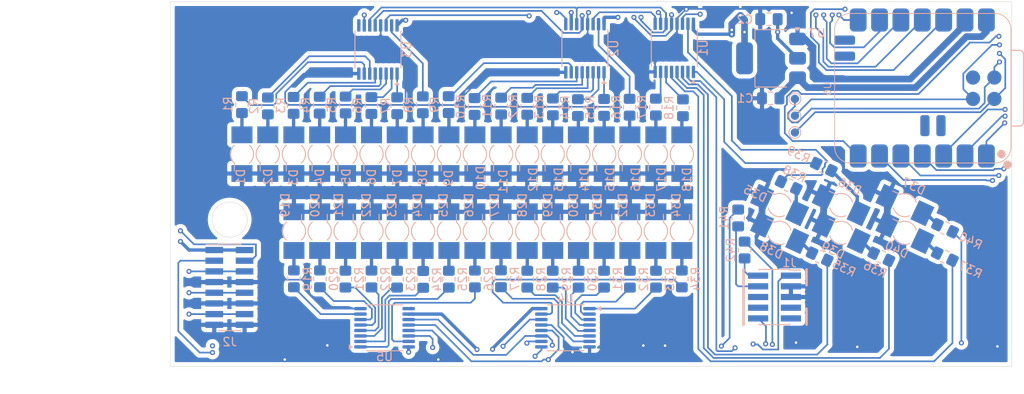
<source format=kicad_pcb>
(kicad_pcb (version 20241229) (generator "pcbnew") (generator_version "9.0")
  (layers (0 "F.Cu" signal) (4 "In1.Cu" signal) (6 "In2.Cu" signal) (2 "B.Cu" signal) (13 "F.Paste" user) (15 "B.Paste" user) (5 "F.SilkS" user "F.Silkscreen") (7 "B.SilkS" user "B.Silkscreen") (1 "F.Mask" user) (3 "B.Mask" user) (25 "Edge.Cuts" user))
  (net 0 "")
  (net 1 "GND")
  (net 2 "Net-(D2-A)")
  (net 3 "Net-(D1-A)")
  (net 4 "Net-(D3-A)")
  (net 5 "Net-(D19-A)")
  (net 6 "Net-(D4-A)")
  (net 7 "Net-(D5-A)")
  (net 8 "Net-(D6-A)")
  (net 9 "Net-(D7-A)")
  (net 10 "Net-(D8-A)")
  (net 11 "Net-(D9-A)")
  (net 12 "Net-(D10-A)")
  (net 13 "Net-(D11-A)")
  (net 14 "Net-(D12-A)")
  (net 15 "Net-(D13-A)")
  (net 16 "Net-(D14-A)")
  (net 17 "Net-(D15-A)")
  (net 18 "Net-(D16-A)")
  (net 19 "Net-(D17-A)")
  (net 20 "Net-(D18-A)")
  (net 21 "Net-(D20-A)")
  (net 22 "Net-(D21-A)")
  (net 23 "Net-(D22-A)")
  (net 24 "Net-(D23-A)")
  (net 25 "Net-(D24-A)")
  (net 26 "Net-(D25-A)")
  (net 27 "Net-(D26-A)")
  (net 28 "Net-(D27-A)")
  (net 29 "A15")
  (net 30 "A14")
  (net 31 "A13")
  (net 32 "A12")
  (net 33 "A11")
  (net 34 "A10")
  (net 35 "A9")
  (net 36 "A8")
  (net 37 "A7")
  (net 38 "A6")
  (net 39 "A5")
  (net 40 "A4")
  (net 41 "A3")
  (net 42 "A2")
  (net 43 "A1")
  (net 44 "A0")
  (net 45 "Net-(D28-A)")
  (net 46 "Net-(D29-A)")
  (net 47 "Net-(D30-A)")
  (net 48 "Net-(D31-A)")
  (net 49 "Net-(D32-A)")
  (net 50 "Net-(D33-A)")
  (net 51 "Net-(D34-A)")
  (net 52 "RUN")
  (net 53 "BUS")
  (net 54 "USER")
  (net 55 "PROC")
  (net 56 "CON")
  (net 57 "VIRT")
  (net 58 "A17")
  (net 59 "A16")
  (net 60 "D15")
  (net 61 "D14")
  (net 62 "D13")
  (net 63 "D12")
  (net 64 "D11")
  (net 65 "D10")
  (net 66 "D9")
  (net 67 "D8")
  (net 68 "D7")
  (net 69 "D6")
  (net 70 "D5")
  (net 71 "D4")
  (net 72 "D3")
  (net 73 "D2")
  (net 74 "D1")
  (net 75 "D0")
  (net 76 "+3V3")
  (net 79 "Net-(J1-SWCLK{slash}TCK)")
  (net 86 "Net-(D35-A)")
  (net 87 "Net-(D36-A)")
  (net 88 "Net-(D37-A)")
  (net 89 "Net-(D38-A)")
  (net 90 "Net-(D39-A)")
  (net 91 "Net-(D40-A)")
  (net 92 "+5V")
  (net 93 "Net-(U1-QH')")
  (net 94 "SERIAL DATA x3")
  (net 95 "SERIAL CLOCK x3")
  (net 96 "STORAGE CLOCK x3")
  (net 97 "Net-(U2-QH')")
  (net 99 "SERIAL DATA")
  (net 100 "Net-(U4-QH')")
  (net 101 "STORAGE CLOCK")
  (net 102 "SERIAL CLOCK")
  (net 104 "RESET")
  (net 106 "Vref")
  (net 107 "Net-(J1-SWDIO{slash}TMS)")
  (net 108 "SWCLK")
  (net 109 "SWDIO")
  (net 110 "P1.13")
  (net 111 "P1.15")
  (net 112 "P1.11_TX")
  (net 113 "P1.12_RX")
  (net 114 "P1.14")
  (footprint "Resistor_SMD:R_0805_2012Metric_Pad1.20x1.40mm_HandSolder" (layer "B.Cu") (at 146.18 64.25 -90)
    (property "Reference" "R9")
    (property "Value" "150R")
  )
  (footprint "LED_SMD:LED_Osram_Lx_P47F_D2mm_ReverseMount" (layer "B.Cu") (at 161.61 79.29 -90)
    (property "Reference" "D30")
    (property "Value" "D4")
  )
  (footprint "Resistor_SMD:R_0805_2012Metric_Pad1.20x1.40mm_HandSolder" (layer "B.Cu") (at 186.593692 73.827382 -25)
    (property "Reference" "R38")
    (property "Value" "150R")
  )
  (footprint "LED_SMD:LED_Osram_Lx_P47F_D2mm_ReverseMount" (layer "B.Cu") (at 173.9 79.29 -90)
    (property "Reference" "D34")
    (property "Value" "D0")
  )
  (footprint "LED_SMD:LED_Osram_Lx_P47F_D2mm_ReverseMount" (layer "B.Cu") (at 149.3 70.14 90)
    (property "Reference" "D10")
    (property "Value" "A8")
  )
  (footprint "Resistor_SMD:R_0805_2012Metric_Pad1.20x1.40mm_HandSolder" (layer "B.Cu") (at 133.93 64.294706 -90)
    (property "Reference" "R5")
    (property "Value" "150R")
  )
  (footprint "LED_SMD:LED_Osram_Lx_P47F_D2mm_ReverseMount" (layer "B.Cu") (at 185.513705 76.19 -25)
    (property "Reference" "D35")
    (property "Value" "RUN")
  )
  (footprint "Resistor_SMD:R_0805_2012Metric_Pad1.20x1.40mm_HandSolder" (layer "B.Cu") (at 143.11 64.272353 -90)
    (property "Reference" "R8")
    (property "Value" "150R")
  )
  (footprint "Resistor_SMD:R_0805_2012Metric_Pad1.20x1.40mm_HandSolder" (layer "B.Cu") (at 190.28 82.33 155)
    (property "Reference" "R35")
    (property "Value" "150R")
  )
  (footprint "LED_SMD:LED_Osram_Lx_P47F_D2mm_ReverseMount" (layer "B.Cu") (at 185.513705 79.5 -25)
    (property "Reference" "D38")
    (property "Value" "PROC")
  )
  (footprint "Package_SO:TSSOP-16_4.4x5mm_P0.65mm" (layer "B.Cu") (at 137.775 57.7 90)
    (property "Reference" "U3")
    (property "Value" "74HC595")
  )
  (footprint "Connector_PinSocket_1.27mm:PinSocket_2x08_P1.27mm_Vertical_SMD" (layer "B.Cu") (at 120.12 85.979 180)
    (property "Reference" "J2")
    (property "Value" "Conn_02x08_Odd_Even")
  )
  (footprint "Resistor_SMD:R_0805_2012Metric_Pad1.20x1.40mm_HandSolder" (layer "B.Cu") (at 130.88 84.96 90)
    (property "Reference" "R20")
    (property "Value" "150R")
  )
  (footprint "Resistor_SMD:R_0805_2012Metric_Pad1.20x1.40mm_HandSolder" (layer "B.Cu") (at 164.65 64.585294 -90)
    (property "Reference" "R15")
    (property "Value" "150R")
  )
  (footprint "Package_SO:TSSOP-16_4.4x5mm_P0.65mm" (layer "B.Cu") (at 173 57.5 90)
    (property "Reference" "U1")
    (property "Value" "74HC595")
  )
  (footprint "Resistor_SMD:R_0805_2012Metric_Pad1.20x1.40mm_HandSolder" (layer "B.Cu") (at 190.775 71.675 -25)
    (property "Reference" "R39")
    (property "Value" "150R")
  )
  (footprint "Resistor_SMD:R_0805_2012Metric_Pad1.20x1.40mm_HandSolder" (layer "B.Cu") (at 158.57 64.518235 -90)
    (property "Reference" "R13")
    (property "Value" "150R")
  )
  (footprint "Resistor_SMD:R_0805_2012Metric_Pad1.20x1.40mm_HandSolder" (layer "B.Cu") (at 180.594 77.724 -90)
    (property "Reference" "R41")
    (property "Value" "100R")
  )
  (footprint "LED_SMD:LED_Osram_Lx_P47F_D2mm_ReverseMount" (layer "B.Cu") (at 146.21 70.14 90)
    (property "Reference" "D9")
    (property "Value" "A09")
  )
  (footprint "Resistor_SMD:R_0805_2012Metric_Pad1.20x1.40mm_HandSolder" (layer "B.Cu") (at 167.69 64.562941 -90)
    (property "Reference" "R16")
    (property "Value" "150R")
  )
  (footprint "LED_SMD:LED_Osram_Lx_P47F_D2mm_ReverseMount" (layer "B.Cu") (at 133.92 70.14 90)
    (property "Reference" "D5")
    (property "Value" "A13")
  )
  (footprint "LED_SMD:LED_Osram_Lx_P47F_D2mm_ReverseMount" (layer "B.Cu") (at 143.14 70.14 90)
    (property "Reference" "D8")
    (property "Value" "A10")
  )
  (footprint "Resistor_SMD:R_0805_2012Metric_Pad1.20x1.40mm_HandSolder" (layer "B.Cu") (at 197.61 82.34 155)
    (property "Reference" "R36")
    (property "Value" "150R")
  )
  (footprint "Package_SO:TSSOP-16_4.4x5mm_P0.65mm" (layer "B.Cu") (at 160.0625 90.775 180)
    (property "Reference" "U4")
    (property "Value" "74HC595")
  )
  (footprint "Resistor_SMD:R_0805_2012Metric_Pad1.20x1.40mm_HandSolder" (layer "B.Cu") (at 149.26 64.473529 -90)
    (property "Reference" "R10")
    (property "Value" "150R")
  )
  (footprint "Resistor_SMD:R_0805_2012Metric_Pad1.20x1.40mm_HandSolder" (layer "B.Cu") (at 146.2 85 90)
    (property "Reference" "R25")
    (property "Value" "150R")
  )
  (footprint "LED_SMD:LED_Osram_Lx_P47F_D2mm_ReverseMount" (layer "B.Cu") (at 140.07 70.14 90)
    (property "Reference" "D7")
    (property "Value" "A11")
  )
  (footprint "LED_SMD:LED_Osram_Lx_P47F_D2mm_ReverseMount" (layer "B.Cu") (at 167.72 70.14 90)
    (property "Reference" "D16")
    (property "Value" "A2")
  )
  (footprint "LED_SMD:LED_Osram_Lx_P47F_D2mm_ReverseMount" (layer "B.Cu") (at 121.61 70.14 90)
    (property "Reference" "D1")
    (property "Value" "A17")
  )
  (footprint "Resistor_SMD:R_0805_2012Metric_Pad1.20x1.40mm_HandSolder" (layer "B.Cu") (at 137.01 84.98 90)
    (property "Reference" "R22")
    (property "Value" "150R")
  )
  (footprint "Package_SO:TSSOP-16_4.4x5mm_P0.65mm" (layer "B.Cu") (at 162.375 57.55 90)
    (property "Reference" "U2")
    (property "Value" "74HC595")
  )
  (footprint "LED_SMD:LED_Osram_Lx_P47F_D2mm_ReverseMount" (layer "B.Cu") (at 192.833705 79.5 -25)
    (property "Reference" "D39")
    (property "Value" "CON")
  )
  (footprint "LED_SMD:LED_Osram_Lx_P47F_D2mm_ReverseMount" (layer "B.Cu") (at 170.81 70.14 90)
    (property "Reference" "D17")
    (property "Value" "A1")
  )
  (footprint "Resistor_SMD:R_0805_2012Metric_Pad1.20x1.40mm_HandSolder" (layer "B.Cu") (at 121.61 64.25 -90)
    (property "Reference" "R1")
    (property "Value" "150R")
  )
  (footprint "Resistor_SMD:R_0805_2012Metric_Pad1.20x1.40mm_HandSolder" (layer "B.Cu") (at 181.356 81.534 -90)
    (property "Reference" "R42")
    (property "Value" "100R")
  )
  (footprint "Resistor_SMD:R_0805_2012Metric_Pad1.20x1.40mm_HandSolder" (layer "B.Cu") (at 140.05 85 90)
    (property "Reference" "R23")
    (property "Value" "150R")
  )
  (footprint "Resistor_SMD:R_0805_2012Metric_Pad1.20x1.40mm_HandSolder" (layer "B.Cu") (at 152.4 84.95 90)
    (property "Reference" "R27")
    (property "Value" "150R")
  )
  (footprint "LED_SMD:LED_Osram_Lx_P47F_D2mm_ReverseMount" (layer "B.Cu") (at 149.3 79.29 -90)
    (property "Reference" "D26")
    (property "Value" "D8")
  )
  (footprint "LED_SMD:LED_Osram_Lx_P47F_D2mm_ReverseMount" (layer "B.Cu") (at 146.21 79.29 -90)
    (property "Reference" "D25")
    (property "Value" "D9")
  )
  (footprint "Resistor_SMD:R_0805_2012Metric_Pad1.20x1.40mm_HandSolder" (layer "B.Cu") (at 167.725 85 90)
    (property "Reference" "R32")
    (property "Value" "150R")
  )
  (footprint "Resistor_SMD:R_0805_2012Metric_Pad1.20x1.40mm_HandSolder" (layer "B.Cu") (at 170.81 64.540588 -90)
    (property "Reference" "R17")
    (property "Value" "150R")
  )
  (footprint "XIAO:XIAO-nRF52840-SMD" (layer "B.Cu") (at 202.4782 62.25 90)
    (property "Reference" "U6")
    (property "Value" "XIAO-nRF52840-SMD")
  )
  (footprint "Capacitor_SMD:C_0805_2012Metric_Pad1.18x1.45mm_HandSolder" (layer "B.Cu") (at 184.4625 63.5 180)
    (property "Reference" "C1")
    (property "Value" "1uF")
  )
  (footprint "TestPoint:TestPoint_Pad_D1.0mm" (layer "B.Cu") (at 187.34 63.57)
    (property "Reference" "TP2")
    (property "Value" "TestPoint")
  )
  (footprint "LED_SMD:LED_Osram_Lx_P47F_D2mm_ReverseMount" (layer "B.Cu") (at 137.01 70.14 90)
    (property "Reference" "D6")
    (property "Value" "A12")
  )
  (footprint "Resistor_SMD:R_0805_2012Metric_Pad1.20x1.40mm_HandSolder" (layer "B.Cu") (at 161.625 85 90)
    (property "Reference" "R30")
    (property "Value" "150R")
  )
  (footprint "LED_SMD:LED_Osram_Lx_P47F_D2mm_ReverseMount" (layer "B.Cu") (at 167.72 79.29 -90)
    (property "Reference" "D32")
    (property "Value" "D2")
  )
  (footprint "LED_SMD:LED_Osram_Lx_P47F_D2mm_ReverseMount" (layer "B.Cu") (at 127.79 79.29 -90)
    (property "Reference" "D19")
    (property "Value" "D15")
  )
  (footprint "Resistor_SMD:R_0805_2012Metric_Pad1.20x1.40mm_HandSolder" (layer "B.Cu") (at 124.69 64.406471 -90)
    (property "Reference" "R2")
    (property "Value" "150R")
  )
  (footprint "TestPoint:TestPoint_Pad_D1.0mm" (layer "B.Cu") (at 187.34 67.57)
    (property "Reference" "TP1")
    (property "Value" "TestPoint")
  )
  (footprint "Resistor_SMD:R_0805_2012Metric_Pad1.20x1.40mm_HandSolder" (layer "B.Cu") (at 155.525 85 90)
    (property "Reference" "R28")
    (property "Value" "150R")
  )
  (footprint "LED_SMD:LED_Osram_Lx_P47F_D2mm_ReverseMount" (layer "B.Cu") (at 155.52 70.14 90)
    (property "Reference" "D12")
    (property "Value" "A6")
  )
  (footprint "LED_SMD:LED_Osram_Lx_P47F_D2mm_ReverseMount" (layer "B.Cu") (at 130.85 79.29 -90)
    (property "Reference" "D20")
    (property "Value" "D14")
  )
  (footprint "Connector_PinHeader_1.27mm:PinHeader_2x05_P1.27mm_Vertical_SMD" (layer "B.Cu") (at 184.912 87.122 180)
    (property "Reference" "J1")
    (property "Value" "Conn_ARM_JTAG_SWD_10")
  )
  (footprint "Resistor_SMD:R_0805_2012Metric_Pad1.20x1.40mm_HandSolder" (layer "B.Cu") (at 143.15 85.025 90)
    (property "Reference" "R24")
    (property "Value" "150R")
  )
  (footprint "Resistor_SMD:R_0805_2012Metric_Pad1.20x1.40mm_HandSolder" (layer "B.Cu") (at 127.75 64.339412 -90)
    (property "Reference" "R3")
    (property "Value" "150R")
  )
  (footprint "Resistor_SMD:R_0805_2012Metric_Pad1.20x1.40mm_HandSolder" (layer "B.Cu") (at 173.9 84.975 90)
    (property "Reference" "R34")
    (property "Value" "150R")
  )
  (footprint "Resistor_SMD:R_0805_2012Metric_Pad1.20x1.40mm_HandSolder" (layer "B.Cu") (at 205.156308 82.322618 155)
    (property "Reference" "R37")
    (property "Value" "150R")
  )
  (footprint "LED_SMD:LED_Osram_Lx_P47F_D2mm_ReverseMount" (layer "B.Cu") (at 133.93 79.29 -90)
    (property "Reference" "D21")
    (property "Value" "D13")
  )
  (footprint "LED_SMD:LED_Osram_Lx_P47F_D2mm_ReverseMount" (layer "B.Cu") (at 127.78 70.14 90)
    (property "Reference" "D3")
    (property "Value" "A15")
  )
  (footprint "LED_SMD:LED_Osram_Lx_P47F_D2mm_ReverseMount" (layer "B.Cu") (at 140.06 79.29 -90)
    (property "Reference" "D23")
    (property "Value" "D11")
  )
  (footprint "Resistor_SMD:R_0805_2012Metric_Pad1.20x1.40mm_HandSolder" (layer "B.Cu") (at 140.06 64.384118 -90)
    (property "Reference" "R7")
    (property "Value" "150R")
  )
  (footprint "Resistor_SMD:R_0805_2012Metric_Pad1.20x1.40mm_HandSolder" (layer "B.Cu") (at 127.78 84.96 90)
    (property "Reference" "R19")
    (property "Value" "150R")
  )
  (footprint "LED_SMD:LED_Osram_Lx_P47F_D2mm_ReverseMount" (layer "B.Cu") (at 155.52 79.29 -90)
    (property "Reference" "D28")
    (property "Value" "D6")
  )
  (footprint "Resistor_SMD:R_0805_2012Metric_Pad1.20x1.40mm_HandSolder" (layer "B.Cu") (at 133.91 84.99 90)
    (property "Reference" "R21")
    (property "Value" "150R")
  )
  (footprint "LED_SMD:LED_Osram_Lx_P47F_D2mm_ReverseMount" (layer "B.Cu") (at 161.6 70.14 90)
    (property "Reference" "D14")
    (property "Value" "A4")
  )
  (footprint "LED_SMD:LED_Osram_Lx_P47F_D2mm_ReverseMount" (layer "B.Cu") (at 164.67 70.14 90)
    (property "Reference" "D15")
    (property "Value" "A3")
  )
  (footprint "LED_SMD:LED_Osram_Lx_P47F_D2mm_ReverseMount" (layer "B.Cu") (at 152.42 70.14 90)
    (property "Reference" "D11")
    (property "Value" "A7")
  )
  (footprint "Package_TO_SOT_SMD:SOT-223-3_TabPin2" (layer "B.Cu") (at 184.5 58.75 180)
    (property "Reference" "U7")
    (property "Value" "AMS1117")
  )
  (footprint "LED_SMD:LED_Osram_Lx_P47F_D2mm_ReverseMount" (layer "B.Cu") (at 143.14 79.29 -90)
    (property "Reference" "D24")
    (property "Value" "D10")
  )
  (footprint "LED_SMD:LED_Osram_Lx_P47F_D2mm_ReverseMount" (layer "B.Cu") (at 158.55 79.29 -90)
    (property "Reference" "D29")
    (property "Value" "D5")
  )
  (footprint "LED_SMD:LED_Osram_Lx_P47F_D2mm_ReverseMount" (layer "B.Cu") (at 152.4 79.29 -90)
    (property "Reference" "D27")
    (property "Value" "D7")
  )
  (footprint "LED_SMD:LED_Osram_Lx_P47F_D2mm_ReverseMount" (layer "B.Cu") (at 200.403705 76.19 -25)
    (property "Reference" "D37")
    (property "Value" "USER")
  )
  (footprint "Resistor_SMD:R_0805_2012Metric_Pad1.20x1.40mm_HandSolder" (layer "B.Cu") (at 130.85 64.317059 -90)
    (property "Reference" "R4")
    (property "Value" "150R")
  )
  (footprint "Resistor_SMD:R_0805_2012Metric_Pad1.20x1.40mm_HandSolder" (layer "B.Cu") (at 205.186308 78.942618 155)
    (property "Reference" "R40")
    (property "Value" "150R")
  )
  (footprint "Resistor_SMD:R_0805_2012Metric_Pad1.20x1.40mm_HandSolder" (layer "B.Cu") (at 137 64.361765 -90)
    (property "Reference" "R6")
    (property "Value" "150R")
  )
  (footprint "Resistor_SMD:R_0805_2012Metric_Pad1.20x1.40mm_HandSolder" (layer "B.Cu") (at 170.825 85 90)
    (property "Reference" "R33")
    (property "Value" "150R")
  )
  (footprint "LED_SMD:LED_Osram_Lx_P47F_D2mm_ReverseMount" (layer "B.Cu") (at 200.403705 79.5 -25)
    (property "Reference" "D40")
    (property "Value" "VIRT")
  )
  (footprint "Resistor_SMD:R_0805_2012Metric_Pad1.20x1.40mm_HandSolder" (layer "B.Cu") (at 149.3 84.975 90)
    (property "Reference" "R26")
    (property "Value" "150R")
  )
  (footprint "LED_SMD:LED_Osram_Lx_P47F_D2mm_ReverseMount" (layer "B.Cu") (at 170.81 79.29 -90)
    (property "Reference" "D33")
    (property "Value" "D1")
  )
  (footprint "LED_SMD:LED_Osram_Lx_P47F_D2mm_ReverseMount" (layer "B.Cu") (at 173.9 70.14 90)
    (property "Reference" "D18")
    (property "Value" "A0")
  )
  (footprint "LED_SMD:LED_Osram_Lx_P47F_D2mm_ReverseMount" (layer "B.Cu") (at 137.01 79.29 -90)
    (property "Reference" "D22")
    (property "Value" "D12")
  )
  (footprint "LED_SMD:LED_Osram_Lx_P47F_D2mm_ReverseMount" (layer "B.Cu") (at 164.66 79.29 -90)
    (property "Reference" "D31")
    (property "Value" "D3")
  )
  (footprint "Resistor_SMD:R_0805_2012Metric_Pad1.20x1.40mm_HandSolder" (layer "B.Cu") (at 152.42 64.428824 -90)
    (property "Reference" "R11")
    (property "Value" "150R")
  )
  (footprint "Resistor_SMD:R_0805_2012Metric_Pad1.20x1.40mm_HandSolder" (layer "B.Cu") (at 155.52 64.451176 -90)
    (property "Reference" "R12")
    (property "Value" "150R")
  )
  (footprint "Package_SO:TSSOP-16_4.4x5mm_P0.65mm" (layer "B.Cu") (at 138.5625 90.775)
    (property "Reference" "U5")
    (property "Value" "74HC595")
  )
  (footprint "LED_SMD:LED_Osram_Lx_P47F_D2mm_ReverseMount" (layer "B.Cu") (at 192.833705 76.19 -25)
    (property "Reference" "D36")
    (property "Value" "BUS")
  )
  (footprint "LED_SMD:LED_Osram_Lx_P47F_D2mm_ReverseMount" (layer "B.Cu") (at 124.68 70.14 90)
    (property "Reference" "D2")
    (property "Value" "A16")
  )
  (footprint "Resistor_SMD:R_0805_2012Metric_Pad1.20x1.40mm_HandSolder" (layer "B.Cu") (at 158.55 85 90)
    (property "Reference" "R29")
    (property "Value" "150R")
  )
  (footprint "Resistor_SMD:R_0805_2012Metric_Pad1.20x1.40mm_HandSolder" (layer "B.Cu") (at 164.65 85 90)
    (property "Reference" "R31")
    (property "Value" "150R")
  )
  (footprint "LED_SMD:LED_Osram_Lx_P47F_D2mm_ReverseMount" (layer "B.Cu") (at 158.55 70.14 90)
    (property "Reference" "D13")
    (property "Value" "A5")
  )
  (footprint "Resistor_SMD:R_0805_2012Metric_Pad1.20x1.40mm_HandSolder" (layer "B.Cu") (at 161.54 64.607647 -90)
    (property "Reference" "R14")
    (property "Value" "150R")
  )
  (footprint "LED_SMD:LED_Osram_Lx_P47F_D2mm_ReverseMount" (layer "B.Cu") (at 130.85 70.14 90)
    (property "Reference" "D4")
    (property "Value" "A14")
  )
  (footprint "Capacitor_SMD:C_0805_2012Metric_Pad1.18x1.45mm_HandSolder" (layer "B.Cu") (at 184.25 54.1 180)
    (property "Reference" "C2")
    (property "Value" "1uF")
  )
  (footprint "TestPoint:TestPoint_Pad_D1.0mm" (layer "B.Cu") (at 187.34 65.57)
    (property "Reference" "TP3")
    (property "Value" "TestPoint" (hide yes))
  )
  (footprint "Resistor_SMD:R_0805_2012Metric_Pad1.20x1.40mm_HandSolder" (layer "B.Cu") (at 174.03 64.63 -90)
    (property "Reference" "R18")
    (property "Value" "150R")
  )
  (gr_line (start 188.722 83.837) (end 188.722 85.725) (stroke (width 0.3)) (layer "B.SilkS"))
  (gr_line (start 181.229 83.837) (end 181.229 90.424) (stroke (width 0.1)) (layer "B.SilkS"))
  (gr_line (start 188.722 88.519) (end 188.722 90.407) (stroke (width 0.3)) (layer "B.SilkS"))
  (gr_line (start 181.229 83.837) (end 181.229 90.424) (stroke (width 0.3)) (layer "B.SilkS"))
  (gr_circle (center 120.15 77.92) (end 122.25 77.92) (stroke (width 0.05)) (fill no) (layer "Edge.Cuts"))
  (gr_line (start 213.115 95.36245) (end 213.115 52.02945) (stroke (width 0.05)) (layer "Edge.Cuts"))
  (gr_line (start 113.115 95.36245) (end 113.115 52.02945) (stroke (width 0.05)) (layer "Edge.Cuts"))
  (gr_line (start 213.115 52.02945) (end 113.115 52.02945) (stroke (width 0.05)) (layer "Edge.Cuts"))
  (gr_line (start 113.115 95.36245) (end 213.115 95.36245) (stroke (width 0.05)) (layer "Edge.Cuts"))
  (via (at 194.75 93.05) (size 0.6) (drill 0.3) (layers "F.Cu" "B.Cu") (net 1))
  (via (at 211.41 92.99) (size 0.6) (drill 0.3) (layers "F.Cu" "B.Cu") (net 1))
  (via (at 160.9 93.675) (size 0.6) (drill 0.3) (layers "F.Cu" "B.Cu") (net 1))
  (via (at 186.944 53.34) (size 0.6) (drill 0.3) (layers "F.Cu" "B.Cu") (net 1))
  (via (at 169.32 92.89) (size 0.6) (drill 0.3) (layers "F.Cu" "B.Cu") (net 1))
  (via (at 174.43013 52.90755) (size 0.6) (drill 0.3) (layers "F.Cu" "B.Cu") (net 1))
  (via (at 126.7 94.55) (size 0.6) (drill 0.3) (layers "F.Cu" "B.Cu") (net 1))
  (via (at 144.95 94.55) (size 0.6) (drill 0.3) (layers "F.Cu" "B.Cu") (net 1))
  (via (at 187.47 92.54) (size 0.6) (drill 0.3) (layers "F.Cu" "B.Cu") (net 1))
  (via (at 162.798472 53.30855) (size 0.6) (drill 0.3) (layers "F.Cu" "B.Cu") (net 1))
  (via (at 171.9 92.9) (size 0.6) (drill 0.3) (layers "F.Cu" "B.Cu") (net 1))
  (via (at 131.76 92.87) (size 0.6) (drill 0.3) (layers "F.Cu" "B.Cu") (net 1))
  (segment (start 145.288 94.212) (end 145.288 92.168) (width 0.2) (layer "B.Cu") (net 1))
  (segment (start 201.041 61.214) (end 189.738 61.214) (width 0.8) (layer "B.Cu") (net 1))
  (segment (start 162.7 53.407022) (end 162.798472 53.30855) (width 0.2) (layer "B.Cu") (net 1))
  (segment (start 131.37592 88.5) (end 129.2 86.32408) (width 0.2) (layer "B.Cu") (net 1))
  (segment (start 144.95 94.55) (end 145.288 94.212) (width 0.2) (layer "B.Cu") (net 1))
  (segment (start 126.749 62.754252) (end 126.749 63.924572) (width 0.2) (layer "B.Cu") (net 1))
  (segment (start 165.791353 64.508647) (end 147.056016 64.508647) (width 0.2) (layer "B.Cu") (net 1))
  (segment (start 162.7 54.6875) (end 162.7 56.975) (width 0.2) (layer "B.Cu") (net 1))
  (segment (start 128.940752 60.5625) (end 126.749 62.754252) (width 0.2) (layer "B.Cu") (net 1))
  (segment (start 144.22 91.1) (end 141.425 91.1) (width 0.2) (layer "B.Cu") (net 1))
  (segment (start 207.5582 54.195) (end 207.5582 54.6968) (width 0.8) (layer "B.Cu") (net 1))
  (segment (start 166.075 60.35) (end 166.075 64.225) (width 0.2) (layer "B.Cu") (net 1))
  (segment (start 147.056016 64.508647) (end 146.847369 64.3) (width 0.2) (layer "B.Cu") (net 1))
  (segment (start 126.749 63.924572) (end 127.109546 64.285118) (width 0.2) (layer "B.Cu") (net 1))
  (segment (start 126.238 94.088) (end 126.7 94.55) (width 0.2) (layer "B.Cu") (net 1))
  (segment (start 126.523 85.059) (end 126.238 85.344) (width 0.2) (layer "B.Cu") (net 1))
  (segment (start 159.85 93.05) (end 159.85 91.9) (width 0.2) (layer "B.Cu") (net 1))
  (segment (start 141.061 63.969278) (end 141.061 59.236) (width 0.2) (layer "B.Cu") (net 1))
  (segment (start 207.5582 54.6968) (end 201.041 61.214) (width 0.8) (layer "B.Cu") (net 1))
  (segment (start 138.1 56.275) (end 138.1 54.8375) (width 0.2) (layer "B.Cu") (net 1))
  (segment (start 158.4 90.45) (end 157.2 90.45) (width 0.2) (layer "B.Cu") (net 1))
  (segment (start 160.1 60.4125) (end 150.734869 60.4125) (width 0.2) (layer "B.Cu") (net 1))
  (segment (start 129.2 86.32408) (end 129.2 85.525) (width 0.2) (layer "B.Cu") (net 1))
  (segment (start 170.725 58.19287) (end 173.325 55.59287) (width 0.2) (layer "B.Cu") (net 1))
  (segment (start 129.2 85.525) (end 128.734 85.059) (width 0.2) (layer "B.Cu") (net 1))
  (segment (start 186.479 52.875) (end 174.43013 52.875) (width 0.2) (layer "B.Cu") (net 1))
  (segment (start 189.738 61.214) (end 189.484 60.96) (width 0.8) (layer "B.Cu") (net 1))
  (segment (start 126.238 85.344) (end 126.238 94.088) (width 0.2) (layer "B.Cu") (net 1))
  (segment (start 166.075 64.225) (end 165.791353 64.508647) (width 0.2) (layer "B.Cu") (net 1))
  (segment (start 133.2225 60.5625) (end 133.13 60.47) (width 0.4) (layer "B.Cu") (net 1))
  (segment (start 146.847369 64.3) (end 140.925 64.3) (width 0.2) (layer "B.Cu") (net 1))
  (segment (start 188.53 56.45) (end 187.65 56.45) (width 0.8) (layer "B.Cu") (net 1))
  (segment (start 160.9 93.675) (end 160.475 93.675) (width 0.2) (layer "B.Cu") (net 1))
  (segment (start 160.475 93.675) (end 159.85 93.05) (width 0.2) (layer "B.Cu") (net 1))
  (segment (start 174.43013 52.875) (end 173.325 53.98013) (width 0.2) (layer "B.Cu") (net 1))
  (segment (start 140.925 64.3) (end 140.827639 64.202639) (width 0.2) (layer "B.Cu") (net 1))
  (segment (start 150.734869 60.4125) (end 146.847369 64.3) (width 0.2) (layer "B.Cu") (net 1))
  (segment (start 190.749197 75.217978) (end 190.749197 78.527978) (width 0.8) (layer "B.Cu") (net 1))
  (segment (start 198.319197 78.527978) (end 198.319197 75.217978) (width 0.8) (layer "B.Cu") (net 1))
  (segment (start 159.85 91.9) (end 158.4 90.45) (width 0.2) (layer "B.Cu") (net 1))
  (segment (start 128.734 85.059) (end 126.523 85.059) (width 0.2) (layer "B.Cu") (net 1))
  (segment (start 183.429197 75.217978) (end 183.429197 78.527978) (width 0.8) (layer "B.Cu") (net 1))
  (segment (start 135.7 88.5) (end 131.37592 88.5) (width 0.2) (layer "B.Cu") (net 1))
  (segment (start 140.74516 64.285118) (end 140.827639 64.202639) (width 0.2) (layer "B.Cu") (net 1))
  (segment (start 140.827639 64.202639) (end 141.061 63.969278) (width 0.2) (layer "B.Cu") (net 1))
  (segment (start 189.484 60.96) (end 189.484 57.404) (width 0.8) (layer "B.Cu") (net 1))
  (segment (start 135.5 60.5625) (end 133.2225 60.5625) (width 0.4) (layer "B.Cu") (net 1))
  (segment (start 141.061 59.236) (end 138.1 56.275) (width 0.2) (layer "B.Cu") (net 1))
  (segment (start 162.7 56.975) (end 166.075 60.35) (width 0.2) (layer "B.Cu") (net 1))
  (segment (start 173.325 55.59287) (end 173.325 54.6375) (width 0.2) (layer "B.Cu") (net 1))
  (segment (start 173.325 53.98013) (end 173.325 54.6375) (width 0.2) (layer "B.Cu") (net 1))
  (segment (start 170.725 60.3625) (end 170.725 58.19287) (width 0.2) (layer "B.Cu") (net 1))
  (segment (start 162.7 54.6875) (end 162.7 53.407022) (width 0.2) (layer "B.Cu") (net 1))
  (segment (start 127.109546 64.285118) (end 140.74516 64.285118) (width 0.2) (layer "B.Cu") (net 1))
  (segment (start 186.944 53.34) (end 186.479 52.875) (width 0.2) (layer "B.Cu") (net 1))
  (segment (start 189.484 57.404) (end 188.53 56.45) (width 0.8) (layer "B.Cu") (net 1))
  (segment (start 145.288 92.168) (end 144.22 91.1) (width 0.2) (layer "B.Cu") (net 1))
  (segment (start 124.69 65.406471) (end 124.69 67.83) (width 0.4) (layer "B.Cu") (net 2))
  (segment (start 124.69 67.83) (end 124.68 67.84) (width 0.4) (layer "B.Cu") (net 2))
  (segment (start 121.61 65.25) (end 121.61 67.84) (width 0.4) (layer "B.Cu") (net 3))
  (segment (start 127.75 67.81) (end 127.78 67.84) (width 0.4) (layer "B.Cu") (net 4))
  (segment (start 127.75 65.339412) (end 127.75 67.81) (width 0.4) (layer "B.Cu") (net 4))
  (segment (start 127.79 81.59) (end 127.79 83.95) (width 0.4) (layer "B.Cu") (net 5))
  (segment (start 127.79 83.95) (end 127.78 83.96) (width 0.4) (layer "B.Cu") (net 5))
  (segment (start 130.85 65.317059) (end 130.85 67.84) (width 0.4) (layer "B.Cu") (net 6))
  (segment (start 133.92 67.84) (end 133.92 65.304706) (width 0.4) (layer "B.Cu") (net 7))
  (segment (start 133.92 65.304706) (end 133.93 65.294706) (width 0.4) (layer "B.Cu") (net 7))
  (segment (start 137.01 65.371765) (end 137 65.361765) (width 0.4) (layer "B.Cu") (net 8))
  (segment (start 137.01 67.84) (end 137.01 65.371765) (width 0.4) (layer "B.Cu") (net 8))
  (segment (start 140.07 67.84) (end 140.07 65.394118) (width 0.4) (layer "B.Cu") (net 9))
  (segment (start 140.07 65.394118) (end 140.06 65.384118) (width 0.4) (layer "B.Cu") (net 9))
  (segment (start 143.14 65.302353) (end 143.11 65.272353) (width 0.4) (layer "B.Cu") (net 10))
  (segment (start 143.14 67.84) (end 143.14 65.302353) (width 0.4) (layer "B.Cu") (net 10))
  (segment (start 146.18 65.495882) (end 146.18 65.25) (width 0.4) (layer "B.Cu") (net 11))
  (segment (start 146.21 67.84) (end 146.21 65.525882) (width 0.4) (layer "B.Cu") (net 11))
  (segment (start 146.21 65.525882) (end 146.18 65.495882) (width 0.4) (layer "B.Cu") (net 11))
  (segment (start 149.3 67.84) (end 149.3 65.513529) (width 0.4) (layer "B.Cu") (net 12))
  (segment (start 149.3 65.513529) (end 149.26 65.473529) (width 0.4) (layer "B.Cu") (net 12))
  (segment (start 152.42 67.84) (end 152.42 65.428824) (width 0.4) (layer "B.Cu") (net 13))
  (segment (start 155.52 67.84) (end 155.52 65.451176) (width 0.4) (layer "B.Cu") (net 14))
  (segment (start 158.55 67.84) (end 158.55 65.538235) (width 0.4) (layer "B.Cu") (net 15))
  (segment (start 158.55 65.538235) (end 158.57 65.518235) (width 0.4) (layer "B.Cu") (net 15))
  (segment (start 161.6 67.84) (end 161.6 65.667647) (width 0.4) (layer "B.Cu") (net 16))
  (segment (start 161.6 65.667647) (end 161.54 65.607647) (width 0.4) (layer "B.Cu") (net 16))
  (segment (start 164.67 65.605294) (end 164.65 65.585294) (width 0.4) (layer "B.Cu") (net 17))
  (segment (start 164.67 67.84) (end 164.67 65.605294) (width 0.4) (layer "B.Cu") (net 17))
  (segment (start 167.69 65.562941) (end 167.69 67.81) (width 0.4) (layer "B.Cu") (net 18))
  (segment (start 167.69 67.81) (end 167.72 67.84) (width 0.4) (layer "B.Cu") (net 18))
  (segment (start 170.81 67.84) (end 170.81 65.540588) (width 0.4) (layer "B.Cu") (net 19))
  (segment (start 173.9 67.84) (end 173.9 65.76) (width 0.4) (layer "B.Cu") (net 20))
  (segment (start 173.9 65.76) (end 174.03 65.63) (width 0.4) (layer "B.Cu") (net 20))
  (segment (start 130.88 83.96) (end 130.88 81.62) (width 0.4) (layer "B.Cu") (net 21))
  (segment (start 130.88 81.62) (end 130.85 81.59) (width 0.4) (layer "B.Cu") (net 21))
  (segment (start 133.93 83.97) (end 133.91 83.99) (width 0.4) (layer "B.Cu") (net 22))
  (segment (start 133.93 81.59) (end 133.93 83.97) (width 0.4) (layer "B.Cu") (net 22))
  (segment (start 137.01 81.59) (end 137.01 83.98) (width 0.4) (layer "B.Cu") (net 23))
  (segment (start 140.06 81.59) (end 140.06 83.99) (width 0.4) (layer "B.Cu") (net 24))
  (segment (start 140.06 83.99) (end 140.05 84) (width 0.4) (layer "B.Cu") (net 24))
  (segment (start 143.14 81.59) (end 143.14 84.015) (width 0.4) (layer "B.Cu") (net 25))
  (segment (start 143.14 84.015) (end 143.15 84.025) (width 0.4) (layer "B.Cu") (net 25))
  (segment (start 146.21 81.59) (end 146.21 83.99) (width 0.4) (layer "B.Cu") (net 26))
  (segment (start 146.21 83.99) (end 146.2 84) (width 0.4) (layer "B.Cu") (net 26))
  (segment (start 149.3 81.59) (end 149.3 83.975) (width 0.4) (layer "B.Cu") (net 27))
  (segment (start 152.4 81.59) (end 152.4 83.95) (width 0.4) (layer "B.Cu") (net 28))
  (segment (start 137.45 60.5625) (end 137.45 61.649) (width 0.2) (layer "B.Cu") (net 29))
  (segment (start 129.440412 61.649) (end 127.75 63.339412) (width 0.2) (layer "B.Cu") (net 29))
  (segment (start 137.45 61.649) (end 129.440412 61.649) (width 0.2) (layer "B.Cu") (net 29))
  (segment (start 132.117059 62.05) (end 134.607606 62.05) (width 0.2) (layer "B.Cu") (net 30))
  (segment (start 130.85 63.317059) (end 132.117059 62.05) (width 0.2) (layer "B.Cu") (net 30))
  (segment (start 134.607606 62.05) (end 134.608606 62.049) (width 0.2) (layer "B.Cu") (net 30))
  (segment (start 137.8839 62.049) (end 138.1 61.8329) (width 0.2) (layer "B.Cu") (net 30))
  (segment (start 138.1 61.8329) (end 138.1 60.5625) (width 0.2) (layer "B.Cu") (net 30))
  (segment (start 134.608606 62.049) (end 137.8839 62.049) (width 0.2) (layer "B.Cu") (net 30))
  (segment (start 138.05 62.45) (end 138.75 61.75) (width 0.2) (layer "B.Cu") (net 31))
  (segment (start 134.774706 62.45) (end 138.05 62.45) (width 0.2) (layer "B.Cu") (net 31))
  (segment (start 138.75 61.75) (end 138.75 60.5625) (width 0.2) (layer "B.Cu") (net 31))
  (segment (start 133.93 63.294706) (end 134.774706 62.45) (width 0.2) (layer "B.Cu") (net 31))
  (segment (start 139.4 62.35) (end 139.4 60.5625) (width 0.2) (layer "B.Cu") (net 32))
  (segment (start 138.388235 63.361765) (end 139.4 62.35) (width 0.2) (layer "B.Cu") (net 32))
  (segment (start 137 63.361765) (end 138.388235 63.361765) (width 0.2) (layer "B.Cu") (net 32))
  (segment (start 140.06 63.384118) (end 140.06 60.5725) (width 0.2) (layer "B.Cu") (net 33))
  (segment (start 140.06 60.5725) (end 140.05 60.5625) (width 0.2) (layer "B.Cu") (net 33))
  (segment (start 143.11 59.36) (end 143.11 63.272353) (width 0.2) (layer "B.Cu") (net 34))
  (segment (start 139.4 55.65) (end 143.11 59.36) (width 0.2) (layer "B.Cu") (net 34))
  (segment (start 139.4 54.8375) (end 139.4 55.65) (width 0.2) (layer "B.Cu") (net 34))
  (segment (start 160.75 59.625001) (end 160.448999 59.324) (width 0.2) (layer "B.Cu") (net 35))
  (segment (start 146.425882 63.25) (end 146.18 63.25) (width 0.2) (layer "B.Cu") (net 35))
  (segment (start 150.351882 59.324) (end 146.425882 63.25) (width 0.2) (layer "B.Cu") (net 35))
  (segment (start 160.75 60.4125) (end 160.75 59.625001) (width 0.2) (layer "B.Cu") (net 35))
  (segment (start 160.448999 59.324) (end 150.351882 59.324) (width 0.2) (layer "B.Cu") (net 35))
  (segment (start 151.235529 61.498) (end 149.26 63.473529) (width 0.2) (layer "B.Cu") (net 36))
  (segment (start 161.4 61.498) (end 151.235529 61.498) (width 0.2) (layer "B.Cu") (net 36))
  (segment (start 161.4 60.4125) (end 161.4 61.498) (width 0.2) (layer "B.Cu") (net 36))
  (segment (start 156.499429 61.904647) (end 156.154076 62.25) (width 0.2) (layer "B.Cu") (net 37))
  (segment (start 161.250999 61.899) (end 161.245352 61.904647) (width 0.2) (layer "B.Cu") (net 37))
  (segment (start 153.598824 62.25) (end 152.42 63.428824) (width 0.2) (layer "B.Cu") (net 37))
  (segment (start 156.154076 62.25) (end 153.598824 62.25) (width 0.2) (layer "B.Cu") (net 37))
  (segment (start 162.05 60.4125) (end 162.05 61.899) (width 0.2) (layer "B.Cu") (net 37))
  (segment (start 161.245352 61.904647) (end 156.499429 61.904647) (width 0.2) (layer "B.Cu") (net 37))
  (segment (start 162.05 61.899) (end 161.250999 61.899) (width 0.2) (layer "B.Cu") (net 37))
  (segment (start 161.411452 62.305647) (end 156.665529 62.305647) (width 0.2) (layer "B.Cu") (net 38))
  (segment (start 162.7 62.3) (end 161.417099 62.3) (width 0.2) (layer "B.Cu") (net 38))
  (segment (start 162.7 60.4125) (end 162.7 62.3) (width 0.2) (layer "B.Cu") (net 38))
  (segment (start 161.417099 62.3) (end 161.411452 62.305647) (width 0.2) (layer "B.Cu") (net 38))
  (segment (start 156.665529 62.305647) (end 155.52 63.451176) (width 0.2) (layer "B.Cu") (net 38))
  (segment (start 159.381588 62.706647) (end 158.57 63.518235) (width 0.2) (layer "B.Cu") (net 39))
  (segment (start 163.093353 62.706647) (end 159.381588 62.706647) (width 0.2) (layer "B.Cu") (net 39))
  (segment (start 163.35 60.4125) (end 163.35 62.45) (width 0.2) (layer "B.Cu") (net 39))
  (segment (start 163.35 62.45) (end 163.093353 62.706647) (width 0.2) (layer "B.Cu") (net 39))
  (segment (start 164 62.45) (end 162.842353 63.607647) (width 0.2) (layer "B.Cu") (net 40))
  (segment (start 162.842353 63.607647) (end 161.54 63.607647) (width 0.2) (layer "B.Cu") (net 40))
  (segment (start 164 60.4125) (end 164 62.45) (width 0.2) (layer "B.Cu") (net 40))
  (segment (start 164.65 60.4125) (end 164.65 63.585294) (width 0.2) (layer "B.Cu") (net 41))
  (segment (start 167.69 63.562941) (end 167.69 60.89) (width 0.2) (layer "B.Cu") (net 42))
  (segment (start 167.69 60.89) (end 164 57.2) (width 0.2) (layer "B.Cu") (net 42))
  (segment (start 164 57.2) (end 164 54.6875) (width 0.2) (layer "B.Cu") (net 42))
  (segment (start 171.375 60.3625) (end 171.375 62.975588) (width 0.2) (layer "B.Cu") (net 43))
  (segment (start 171.375 62.975588) (end 170.81 63.540588) (width 0.2) (layer "B.Cu") (net 43))
  (segment (start 172.025 60.3625) (end 172.025 61.625) (width 0.2) (layer "B.Cu") (net 44))
  (segment (start 172.025 61.625) (end 174.03 63.63) (width 0.2) (layer "B.Cu") (net 44))
  (segment (start 155.52 83.995) (end 155.525 84) (width 0.4) (layer "B.Cu") (net 45))
  (segment (start 155.52 81.59) (end 155.52 83.995) (width 0.4) (layer "B.Cu") (net 45))
  (segment (start 158.55 81.59) (end 158.55 84) (width 0.4) (layer "B.Cu") (net 46))
  (segment (start 161.61 83.985) (end 161.625 84) (width 0.4) (layer "B.Cu") (net 47))
  (segment (start 161.61 81.59) (end 161.61 83.985) (width 0.4) (layer "B.Cu") (net 47))
  (segment (start 164.66 83.99) (end 164.65 84) (width 0.4) (layer "B.Cu") (net 48))
  (segment (start 164.66 81.59) (end 164.66 83.99) (width 0.4) (layer "B.Cu") (net 48))
  (segment (start 167.72 83.995) (end 167.725 84) (width 0.4) (layer "B.Cu") (net 49))
  (segment (start 167.72 81.59) (end 167.72 83.995) (width 0.4) (layer "B.Cu") (net 49))
  (segment (start 170.81 81.59) (end 170.81 83.985) (width 0.4) (layer "B.Cu") (net 50))
  (segment (start 170.81 83.985) (end 170.825 84) (width 0.4) (layer "B.Cu") (net 50))
  (segment (start 173.9 81.59) (end 173.9 83.975) (width 0.4) (layer "B.Cu") (net 51))
  (segment (start 179.84 68.52) (end 180.94 69.62) (width 0.2) (layer "B.Cu") (net 52))
  (segment (start 180.94 69.62) (end 189.82 69.62) (width 0.2) (layer "B.Cu") (net 52))
  (segment (start 186.467148 72.625) (end 185.687384 73.404764) (width 0.2) (layer "B.Cu") (net 52))
  (segment (start 190.618267 72.481733) (end 190.475 72.625) (width 0.2) (layer "B.Cu") (net 52))
  (segment (start 190.9 71.275) (end 190.9 71.625) (width 0.2) (layer "B.Cu") (net 52))
  (segment (start 174.625 54.6375) (end 174.625 58.035) (width 0.2) (layer "B.Cu") (net 52))
  (segment (start 191.175 71) (end 190.9 71.275) (width 0.2) (layer "B.Cu") (net 52))
  (segment (start 189.82 69.62) (end 191.175 70.975) (width 0.2) (layer "B.Cu") (net 52))
  (segment (start 190.618267 71.906733) (end 190.618267 72.481733) (width 0.2) (layer "B.Cu") (net 52))
  (segment (start 190.475 72.625) (end 186.467148 72.625) (width 0.2) (layer "B.Cu") (net 52))
  (segment (start 191.175 70.975) (end 191.175 71) (width 0.2) (layer "B.Cu") (net 52))
  (segment (start 179.84 63.25) (end 179.84 68.52) (width 0.2) (layer "B.Cu") (net 52))
  (segment (start 174.625 58.035) (end 179.84 63.25) (width 0.2) (layer "B.Cu") (net 52))
  (segment (start 190.9 71.625) (end 190.618267 71.906733) (width 0.2) (layer "B.Cu") (net 52))
  (segment (start 181.44 71.2) (end 189.81631 71.2) (width 0.2) (layer "B.Cu") (net 53))
  (segment (start 178.93 63.62) (end 178.93 68.69) (width 0.2) (layer "B.Cu") (net 53))
  (segment (start 189.81631 71.2) (end 189.868692 71.252382) (width 0.2) (layer "B.Cu") (net 53))
  (segment (start 178.93 68.69) (end 181.44 71.2) (width 0.2) (layer "B.Cu") (net 53))
  (segment (start 175.6725 60.3625) (end 178.93 63.62) (width 0.2) (layer "B.Cu") (net 53))
  (segment (start 175.275 60.3625) (end 175.6725 60.3625) (width 0.2) (layer "B.Cu") (net 53))
  (via (at 180.225343 93.159635) (size 0.6) (drill 0.3) (layers "F.Cu" "B.Cu") (net 54))
  (via (at 207.125 92.575) (size 0.6) (drill 0.3) (layers "F.Cu" "B.Cu") (net 54))
  (segment (start 180.225343 93.159635) (end 179.826528 93.55845) (width 0.2) (layer "B.Cu") (net 54))
  (segment (start 178 63.375) (end 176.074 61.449) (width 0.2) (layer "B.Cu") (net 54))
  (segment (start 174.974001 61.449) (end 174.625 61.099999) (width 0.2) (layer "B.Cu") (net 54))
  (segment (start 206.092616 79.365236) (end 207.125 80.39762) (width 0.2) (layer "B.Cu") (net 54))
  (segment (start 178.14045 93.55845) (end 178 93.418) (width 0.2) (layer "B.Cu") (net 54))
  (segment (start 179.826528 93.55845) (end 178.14045 93.55845) (width 0.2) (layer "B.Cu") (net 54))
  (segment (start 207.125 80.39762) (end 207.125 92.575) (width 0.2) (layer "B.Cu") (net 54))
  (segment (start 178 93.418) (end 178 63.375) (width 0.2) (layer "B.Cu") (net 54))
  (segment (start 174.625 61.099999) (end 174.625 60.3625) (width 0.2) (layer "B.Cu") (net 54))
  (segment (start 176.074 61.449) (end 174.974001 61.449) (width 0.2) (layer "B.Cu") (net 54))
  (segment (start 175.7921 61.85) (end 177 63.0579) (width 0.2) (layer "B.Cu") (net 55))
  (segment (start 177.83855 93.95945) (end 189.99055 93.95945) (width 0.2) (layer "B.Cu") (net 55))
  (segment (start 174.725001 61.85) (end 175.7921 61.85) (width 0.2) (layer "B.Cu") (net 55))
  (segment (start 177 63.0579) (end 177 93.1209) (width 0.2) (layer "B.Cu") (net 55))
  (segment (start 191.2 92.75) (end 191.186308 92.736308) (width 0.2) (layer "B.Cu") (net 55))
  (segment (start 191.186308 92.736308) (end 191.186308 82.752618) (width 0.2) (layer "B.Cu") (net 55))
  (segment (start 177 93.1209) (end 177.83855 93.95945) (width 0.2) (layer "B.Cu") (net 55))
  (segment (start 173.975 61.099999) (end 174.725001 61.85) (width 0.2) (layer "B.Cu") (net 55))
  (segment (start 173.975 60.3625) (end 173.975 61.099999) (width 0.2) (layer "B.Cu") (net 55))
  (segment (start 189.99055 93.95945) (end 191.2 92.75) (width 0.2) (layer "B.Cu") (net 55))
  (segment (start 197.43955 94.36045) (end 198.516308 93.283692) (width 0.2) (layer "B.Cu") (net 56))
  (segment (start 174.499001 62.274) (end 175.4161 62.274) (width 0.2) (layer "B.Cu") (net 56))
  (segment (start 175.4171 62.275) (end 175.65 62.275) (width 0.2) (layer "B.Cu") (net 56))
  (segment (start 175.65 62.275) (end 176.5 63.125) (width 0.2) (layer "B.Cu") (net 56))
  (segment (start 176.5 63.125) (end 176.5 93.188) (width 0.2) (layer "B.Cu") (net 56))
  (segment (start 177.67245 94.36045) (end 197.43955 94.36045) (width 0.2) (layer "B.Cu") (net 56))
  (segment (start 175.4161 62.274) (end 175.4171 62.275) (width 0.2) (layer "B.Cu") (net 56))
  (segment (start 198.516308 93.283692) (end 198.516308 82.762618) (width 0.2) (layer "B.Cu") (net 56))
  (segment (start 173.325 60.3625) (end 173.325 61.099999) (width 0.2) (layer "B.Cu") (net 56))
  (segment (start 173.325 61.099999) (end 174.499001 62.274) (width 0.2) (layer "B.Cu") (net 56))
  (segment (start 176.5 93.188) (end 177.67245 94.36045) (width 0.2) (layer "B.Cu") (net 56))
  (segment (start 174.250001 62.675) (end 175.25 62.675) (width 0.2) (layer "B.Cu") (net 57))
  (segment (start 175.85 63.275) (end 175.85 93.3) (width 0.2) (layer "B.Cu") (net 57))
  (segment (start 177.31145 94.76145) (end 203.88855 94.76145) (width 0.2) (layer "B.Cu") (net 57))
  (segment (start 172.675 60.3625) (end 172.675 61.099999) (width 0.2) (layer "B.Cu") (net 57))
  (segment (start 206.062616 92.587384) (end 206.062616 82.745236) (width 0.2) (layer "B.Cu") (net 57))
  (segment (start 172.675 61.099999) (end 174.250001 62.675) (width 0.2) (layer "B.Cu") (net 57))
  (segment (start 175.25 62.675) (end 175.85 63.275) (width 0.2) (layer "B.Cu") (net 57))
  (segment (start 175.85 93.3) (end 177.31145 94.76145) (width 0.2) (layer "B.Cu") (net 57))
  (segment (start 203.88855 94.76145) (end 206.062616 92.587384) (width 0.2) (layer "B.Cu") (net 57))
  (segment (start 135.848999 59.2115) (end 136.15 59.512501) (width 0.2) (layer "B.Cu") (net 58))
  (segment (start 121.61 63.25) (end 122.66 64.3) (width 0.2) (layer "B.Cu") (net 58))
  (segment (start 129.452071 59.2115) (end 135.848999 59.2115) (width 0.2) (layer "B.Cu") (net 58))
  (segment (start 125.691 62.972571) (end 129.452071 59.2115) (width 0.2) (layer "B.Cu") (net 58))
  (segment (start 125.691 63.991631) (end 125.691 62.972571) (width 0.2) (layer "B.Cu") (net 58))
  (segment (start 124.00484 64.307471) (end 125.37516 64.307471) (width 0.2) (layer "B.Cu") (net 58))
  (segment (start 125.37516 64.307471) (end 125.691 63.991631) (width 0.2) (layer "B.Cu") (net 58))
  (segment (start 123.997369 64.3) (end 124.00484 64.307471) (width 0.2) (layer "B.Cu") (net 58))
  (segment (start 136.15 59.512501) (end 136.15 60.5625) (width 0.2) (layer "B.Cu") (net 58))
  (segment (start 122.66 64.3) (end 123.997369 64.3) (width 0.2) (layer "B.Cu") (net 58))
  (segment (start 129.596471 58.5) (end 136.25 58.5) (width 0.2) (layer "B.Cu") (net 59))
  (segment (start 124.69 63.406471) (end 129.596471 58.5) (width 0.2) (layer "B.Cu") (net 59))
  (segment (start 136.8 59.05) (end 136.8 60.5625) (width 0.2) (layer "B.Cu") (net 59))
  (segment (start 136.25 58.5) (end 136.8 59.05) (width 0.2) (layer "B.Cu") (net 59))
  (segment (start 127.78 85.96) (end 130.97 89.15) (width 0.2) (layer "B.Cu") (net 60))
  (segment (start 130.97 89.15) (end 135.7 89.15) (width 0.2) (layer "B.Cu") (net 60))
  (segment (start 137.05 88.54263) (end 136.10737 87.6) (width 0.2) (layer "B.Cu") (net 61))
  (segment (start 137.05 89.6) (end 137.05 88.54263) (width 0.2) (layer "B.Cu") (net 61))
  (segment (start 132.52 87.6) (end 130.88 85.96) (width 0.2) (layer "B.Cu") (net 61))
  (segment (start 136.10737 87.6) (end 132.52 87.6) (width 0.2) (layer "B.Cu") (net 61))
  (segment (start 136.85 89.8) (end 137.05 89.6) (width 0.2) (layer "B.Cu") (net 61))
  (segment (start 135.7 89.8) (end 136.85 89.8) (width 0.2) (layer "B.Cu") (net 61))
  (segment (start 137.45 88.37553) (end 135.06447 85.99) (width 0.2) (layer "B.Cu") (net 62))
  (segment (start 137.45 90.1) (end 137.45 88.37553) (width 0.2) (layer "B.Cu") (net 62))
  (segment (start 135.06447 85.99) (end 133.91 85.99) (width 0.2) (layer "B.Cu") (net 62))
  (segment (start 137.1 90.45) (end 137.45 90.1) (width 0.2) (layer "B.Cu") (net 62))
  (segment (start 135.7 90.45) (end 137.1 90.45) (width 0.2) (layer "B.Cu") (net 62))
  (segment (start 137.01 85.98) (end 137.85 86.82) (width 0.2) (layer "B.Cu") (net 63))
  (segment (start 137.85 90.6829) (end 137.4329 91.1) (width 0.2) (layer "B.Cu") (net 63))
  (segment (start 137.85 86.82) (end 137.85 90.6829) (width 0.2) (layer "B.Cu") (net 63))
  (segment (start 137.4329 91.1) (end 135.7 91.1) (width 0.2) (layer "B.Cu") (net 63))
  (segment (start 138.251 90.849) (end 137.35 91.75) (width 0.2) (layer "B.Cu") (net 64))
  (segment (start 138.251 87.199) (end 138.251 90.849) (width 0.2) (layer "B.Cu") (net 64))
  (segment (start 140.05 86) (end 139.45 86) (width 0.2) (layer "B.Cu") (net 64))
  (segment (start 137.35 91.75) (end 135.7 91.75) (width 0.2) (layer "B.Cu") (net 64))
  (segment (start 139.45 86) (end 138.251 87.199) (width 0.2) (layer "B.Cu") (net 64))
  (segment (start 138.65 92.3) (end 138.55 92.4) (width 0.2) (layer "B.Cu") (net 65))
  (segment (start 138.652 91.0151) (end 138.65 91.0171) (width 0.2) (layer "B.Cu") (net 65))
  (segment (start 139.15 86.95) (end 138.652 87.448) (width 0.2) (layer "B.Cu") (net 65))
  (segment (start 138.652 87.448) (end 138.652 91.0151) (width 0.2) (layer "B.Cu") (net 65))
  (segment (start 142.225 86.95) (end 139.15 86.95) (width 0.2) (layer "B.Cu") (net 65))
  (segment (start 138.55 92.4) (end 135.7 92.4) (width 0.2) (layer "B.Cu") (net 65))
  (segment (start 143.15 86.025) (end 142.225 86.95) (width 0.2) (layer "B.Cu") (net 65))
  (segment (start 138.65 91.0171) (end 138.65 92.3) (width 0.2) (layer "B.Cu") (net 65))
  (segment (start 139.053 87.647) (end 139.053 91.1812) (width 0.2) (layer "B.Cu") (net 66))
  (segment (start 139.05 92.85) (end 138.85 93.05) (width 0.2) (layer "B.Cu") (net 66))
  (segment (start 139.051 92.4661) (end 139.05 92.4671) (width 0.2) (layer "B.Cu") (net 66))
  (segment (start 146.2 86) (end 144.85 87.35) (width 0.2) (layer "B.Cu") (net 66))
  (segment (start 139.051 91.1832) (end 139.051 92.4661) (width 0.2) (layer "B.Cu") (net 66))
  (segment (start 142.3921 87.35) (end 142.3911 87.351) (width 0.2) (layer "B.Cu") (net 66))
  (segment (start 139.05 92.4671) (end 139.05 92.85) (width 0.2) (layer "B.Cu") (net 66))
  (segment (start 142.3911 87.351) (end 139.349 87.351) (width 0.2) (layer "B.Cu") (net 66))
  (segment (start 139.349 87.351) (end 139.053 87.647) (width 0.2) (layer "B.Cu") (net 66))
  (segment (start 138.85 93.05) (end 135.7 93.05) (width 0.2) (layer "B.Cu") (net 66))
  (segment (start 144.85 87.35) (end 142.3921 87.35) (width 0.2) (layer "B.Cu") (net 66))
  (segment (start 139.053 91.1812) (end 139.051 91.1832) (width 0.2) (layer "B.Cu") (net 66))
  (segment (start 139.452 92.152) (end 139.7 92.4) (width 0.2) (layer "B.Cu") (net 67))
  (segment (start 139.454 88.146) (end 139.454 91.3473) (width 0.2) (layer "B.Cu") (net 67))
  (segment (start 149.3 87.3) (end 148.8 87.8) (width 0.2) (layer "B.Cu") (net 67))
  (segment (start 149.3 85.975) (end 149.3 87.3) (width 0.2) (layer "B.Cu") (net 67))
  (segment (start 148.8 87.8) (end 139.8 87.8) (width 0.2) (layer "B.Cu") (net 67))
  (segment (start 139.7 92.4) (end 141.425 92.4) (width 0.2) (layer "B.Cu") (net 67))
  (segment (start 139.8 87.8) (end 139.454 88.146) (width 0.2) (layer "B.Cu") (net 67))
  (segment (start 139.454 91.3473) (end 139.452 91.3493) (width 0.2) (layer "B.Cu") (net 67))
  (segment (start 139.452 91.3493) (end 139.452 92.152) (width 0.2) (layer "B.Cu") (net 67))
  (segment (start 159.225 90.6) (end 161.025 92.4) (width 0.2) (layer "B.Cu") (net 68))
  (segment (start 152.4 85.95) (end 153.775 87.325) (width 0.2) (layer "B.Cu") (net 68))
  (segment (start 153.775 87.325) (end 158.7079 87.325) (width 0.2) (layer "B.Cu") (net 68))
  (segment (start 158.7079 87.325) (end 159.225 87.8421) (width 0.2) (layer "B.Cu") (net 68))
  (segment (start 161.025 92.4) (end 162.925 92.4) (width 0.2) (layer "B.Cu") (net 68))
  (segment (start 159.225 87.8421) (end 159.225 90.6) (width 0.2) (layer "B.Cu") (net 68))
  (segment (start 156.426 86.901) (end 155.525 86) (width 0.2) (layer "B.Cu") (net 69))
  (segment (start 158.851 86.901) (end 156.426 86.901) (width 0.2) (layer "B.Cu") (net 69))
  (segment (start 159.65 87.7) (end 158.851 86.901) (width 0.2) (layer "B.Cu") (net 69))
  (segment (start 162.925 91.75) (end 161.175 91.75) (width 0.2) (layer "B.Cu") (net 69))
  (segment (start 159.65 90.225) (end 159.65 87.7) (width 0.2) (layer "B.Cu") (net 69))
  (segment (start 161.175 91.75) (end 159.65 90.225) (width 0.2) (layer "B.Cu") (net 69))
  (segment (start 161.575 91.15) (end 162.875 91.15) (width 0.2) (layer "B.Cu") (net 70))
  (segment (start 160.1 86.3) (end 160.1 89.675) (width 0.2) (layer "B.Cu") (net 70))
  (segment (start 160.1 89.675) (end 161.575 91.15) (width 0.2) (layer "B.Cu") (net 70))
  (segment (start 162.875 91.15) (end 162.925 91.1) (width 0.2) (layer "B.Cu") (net 70))
  (segment (start 158.55 86) (end 159.8 86) (width 0.2) (layer "B.Cu") (net 70))
  (segment (start 159.8 86) (end 160.1 86.3) (width 0.2) (layer "B.Cu") (net 70))
  (segment (start 161.775 90.45) (end 160.75 89.425) (width 0.2) (layer "B.Cu") (net 71))
  (segment (start 162.925 90.45) (end 161.775 90.45) (width 0.2) (layer "B.Cu") (net 71))
  (segment (start 160.75 89.425) (end 160.75 86.875) (width 0.2) (layer "B.Cu") (net 71))
  (segment (start 160.75 86.875) (end 161.625 86) (width 0.2) (layer "B.Cu") (net 71))
  (segment (start 162 86.9) (end 163.75 86.9) (width 0.2) (layer "B.Cu") (net 72))
  (segment (start 161.225 87.675) (end 162 86.9) (width 0.2) (layer "B.Cu") (net 72))
  (segment (start 163.75 86.9) (end 164.65 86) (width 0.2) (layer "B.Cu") (net 72))
  (segment (start 161.225 89.025) (end 161.225 87.675) (width 0.2) (layer "B.Cu") (net 72))
  (segment (start 162 89.8) (end 161.225 89.025) (width 0.2) (layer "B.Cu") (net 72))
  (segment (start 162.925 89.8) (end 162 89.8) (width 0.2) (layer "B.Cu") (net 72))
  (segment (start 166.05 87.675) (end 162.225 87.675) (width 0.2) (layer "B.Cu") (net 73))
  (segment (start 167.725 86) (end 166.05 87.675) (width 0.2) (layer "B.Cu") (net 73))
  (segment (start 161.8865 88.0135) (end 161.8865 88.848999) (width 0.2) (layer "B.Cu") (net 73))
  (segment (start 162.187501 89.15) (end 162.925 89.15) (width 0.2) (layer "B.Cu") (net 73))
  (segment (start 162.225 87.675) (end 161.8865 88.0135) (width 0.2) (layer "B.Cu") (net 73))
  (segment (start 161.8865 88.848999) (end 162.187501 89.15) (width 0.2) (layer "B.Cu") (net 73))
  (segment (start 162.925 88.5) (end 168.325 88.5) (width 0.2) (layer "B.Cu") (net 74))
  (segment (start 168.325 88.5) (end 170.825 86) (width 0.2) (layer "B.Cu") (net 74))
  (segment (start 158.475 87.975) (end 158.3 87.8) (width 0.2) (layer "B.Cu") (net 75))
  (segment (start 152.66384 87.8) (end 151.399 86.53516) (width 0.2) (layer "B.Cu") (net 75))
  (segment (start 158.275 89.15) (end 158.475 88.95) (width 0.2) (layer "B.Cu") (net 75))
  (segment (start 172.974 85.049) (end 173.9 85.975) (width 0.2) (layer "B.Cu") (net 75))
  (segment (start 151.399 85.36484) (end 151.71484 85.049) (width 0.2) (layer "B.Cu") (net 75))
  (segment (start 151.71484 85.049) (end 172.974 85.049) (width 0.2) (layer "B.Cu") (net 75))
  (segment (start 157.2 89.15) (end 158.275 89.15) (width 0.2) (layer "B.Cu") (net 75))
  (segment (start 158.3 87.8) (end 152.66384 87.8) (width 0.2) (layer "B.Cu") (net 75))
  (segment (start 151.399 86.53516) (end 151.399 85.36484) (width 0.2) (layer "B.Cu") (net 75))
  (segment (start 158.475 88.95) (end 158.475 87.975) (width 0.2) (layer "B.Cu") (net 75))
  (via (at 151.4 93.325) (size 0.6) (drill 0.3) (layers "F.Cu" "B.Cu") (net 76))
  (via (at 141.075 54.225) (size 0.6) (drill 0.3) (layers "F.Cu" "B.Cu") (net 76))
  (via (at 160.75 53.30855) (size 0.6) (drill 0.3) (layers "F.Cu" "B.Cu") (net 76))
  (via (at 141.425 93.675) (size 0.6) (drill 0.3) (layers "F.Cu" "B.Cu") (net 76))
  (via (at 166.3 53.875) (size 0.6) (drill 0.3) (layers "F.Cu" "B.Cu") (net 76))
  (via (at 155.475 92.6) (size 0.6) (drill 0.3) (layers "F.Cu" "B.Cu") (net 76))
  (via (at 114.3 80.518) (size 0.6) (drill 0.3) (layers "F.Cu" "B.Cu") (net 76))
  (via (at 185.2875 55.626) (size 0.6) (drill 0.3) (layers "F.Cu" "B.Cu") (net 76))
  (via (at 179.832 55.88) (size 0.6) (drill 0.3) (layers "F.Cu" "B.Cu") (net 76))
  (via (at 171.107135 53.30855) (size 0.6) (drill 0.3) (layers "F.Cu" "B.Cu") (net 76))
  (via (at 180.85 53.65) (size 0.6) (drill 0.3) (layers "F.Cu" "B.Cu") (net 76))
  (via (at 149.55 93.35) (size 0.6) (drill 0.3) (layers "F.Cu" "B.Cu") (net 76))
  (via (at 179.832 55.372) (size 0.6) (drill 0.3) (layers "F.Cu" "B.Cu") (net 76))
  (via (at 136.15 53.6) (size 0.6) (drill 0.3) (layers "F.Cu" "B.Cu") (net 76))
  (via (at 181.35 55.626) (size 0.6) (drill 0.3) (layers "F.Cu" "B.Cu") (net 76))
  (segment (start 151.4 93.233636) (end 156.133636 88.5) (width 0.4) (layer "B.Cu") (net 76))
  (segment (start 140.6625 54.225) (end 140.05 54.8375) (width 0.4) (layer "B.Cu") (net 76))
  (segment (start 185.2875 55.626) (end 185.2875 54.1) (width 0.4) (layer "B.Cu") (net 76))
  (segment (start 175.275 55.387) (end 175.768 55.88) (width 0.4) (layer "B.Cu") (net 76))
  (segment (start 156.133636 88.5) (end 157.2 88.5) (width 0.4) (layer "B.Cu") (net 76))
  (segment (start 145.35 89.15) (end 149.55 93.35) (width 0.4) (layer "B.Cu") (net 76))
  (segment (start 115.316 81.534) (end 121.92 81.534) (width 0.4) (layer "B.Cu") (net 76))
  (segment (start 157.2 92.4) (end 155.675 92.4) (width 0.2) (layer "B.Cu") (net 76))
  (segment (start 164.725 53.875) (end 164.65 53.95) (width 0.4) (layer "B.Cu") (net 76))
  (segment (start 179.832 55.372) (end 179.832 55.88) (width 0.8) (layer "B.Cu") (net 76))
  (segment (start 151.4 93.325) (end 151.4 93.233636) (width 0.4) (layer "B.Cu") (net 76))
  (segment (start 181.35 54.15) (end 181.35 55.626) (width 0.8) (layer "B.Cu") (net 76))
  (segment (start 171.107135 53.30855) (end 171.375 53.576415) (width 0.2) (layer "B.Cu") (net 76))
  (segment (start 160.75 53.30855) (end 160.75 54.6875) (width 0.4) (layer "B.Cu") (net 76))
  (segment (start 141.425 93.675) (end 141.425 93.05) (width 0.4) (layer "B.Cu") (net 76))
  (segment (start 175.275 54.6375) (end 175.275 55.387) (width 0.4) (layer "B.Cu") (net 76))
  (segment (start 155.675 92.4) (end 155.475 92.6) (width 0.2) (layer "B.Cu") (net 76))
  (segment (start 114.3 80.518) (end 115.316 81.534) (width 0.4) (layer "B.Cu") (net 76))
  (segment (start 180.775 58.75) (end 181.35 58.75) (width 0.8) (layer "B.Cu") (net 76))
  (segment (start 141.425 89.15) (end 145.35 89.15) (width 0.4) (layer "B.Cu") (net 76))
  (segment (start 185.2875 56.3875) (end 185.2875 55.626) (width 0.4) (layer "B.Cu") (net 76))
  (segment (start 164.65 53.95) (end 164.65 54.6875) (width 0.4) (layer "B.Cu") (net 76))
  (segment (start 180.85 53.65) (end 179.832 54.668) (width 0.8) (layer "B.Cu") (net 76))
  (segment (start 171.375 53.576415) (end 171.375 54.6375) (width 0.2) (layer "B.Cu") (net 76))
  (segment (start 180.85 53.65) (end 181.35 54.15) (width 0.8) (layer "B.Cu") (net 76))
  (segment (start 171.149292 53.350708) (end 171.107135 53.30855) (width 0.2) (layer "B.Cu") (net 76))
  (segment (start 166.3 53.875) (end 164.725 53.875) (width 0.4) (layer "B.Cu") (net 76))
  (segment (start 185.735 56.835) (end 185.2875 56.3875) (width 0.4) (layer "B.Cu") (net 76))
  (segment (start 186.37 57.47) (end 185.735 56.835) (width 0.4) (layer "B.Cu") (net 76))
  (segment (start 181.35 55.626) (end 181.35 58.75) (width 0.8) (layer "B.Cu") (net 76))
  (segment (start 179.832 54.668) (end 179.832 55.372) (width 0.8) (layer "B.Cu") (net 76))
  (segment (start 141.075 54.225) (end 140.6625 54.225) (width 0.4) (layer "B.Cu") (net 76))
  (segment (start 175.768 55.88) (end 179.832 55.88) (width 0.4) (layer "B.Cu") (net 76))
  (segment (start 136.15 53.6) (end 136.15 54.8375) (width 0.2) (layer "B.Cu") (net 76))
  (segment (start 187.65 58.75) (end 186.37 57.47) (width 0.4) (layer "B.Cu") (net 76))
  (segment (start 180.594 85.852) (end 182.962 85.852) (width 0.2) (layer "B.Cu") (net 79))
  (segment (start 180.594 78.724) (end 180.34 78.978) (width 0.2) (layer "B.Cu") (net 79))
  (segment (start 180.34 85.598) (end 180.594 85.852) (width 0.2) (layer "B.Cu") (net 79))
  (segment (start 180.34 78.978) (end 180.34 85.598) (width 0.2) (layer "B.Cu") (net 79))
  (segment (start 187.5 77.063809) (end 187.598213 77.162022) (width 0.4) (layer "B.Cu") (net 86))
  (segment (start 187.5 74.25) (end 187.5 77.063809) (width 0.4) (layer "B.Cu") (net 86))
  (segment (start 191.681308 72.097618) (end 194.75 75.16631) (width 0.4) (layer "B.Cu") (net 87))
  (segment (start 194.75 75.16631) (end 194.75 76.993809) (width 0.4) (layer "B.Cu") (net 87))
  (segment (start 194.75 76.993809) (end 194.918213 77.162022) (width 0.4) (layer "B.Cu") (net 87))
  (segment (start 202.488213 77.162022) (end 202.922022 77.162022) (width 0.4) (layer "B.Cu") (net 88))
  (segment (start 202.922022 77.162022) (end 204.28 78.52) (width 0.4) (layer "B.Cu") (net 88))
  (segment (start 187.598213 80.472022) (end 187.938332 80.472022) (width 0.4) (layer "B.Cu") (net 89))
  (segment (start 187.938332 80.472022) (end 189.373692 81.907382) (width 0.4) (layer "B.Cu") (net 89))
  (segment (start 194.918213 80.472022) (end 195.258332 80.472022) (width 0.4) (layer "B.Cu") (net 90))
  (segment (start 195.258332 80.472022) (end 196.703692 81.917382) (width 0.4) (layer "B.Cu") (net 90))
  (segment (start 202.488213 80.472022) (end 202.822022 80.472022) (width 0.4) (layer "B.Cu") (net 91))
  (segment (start 202.822022 80.472022) (end 204.25 81.9) (width 0.4) (layer "B.Cu") (net 91))
  (segment (start 210.0982 55.5858) (end 210.0982 54.195) (width 0.8) (layer "B.Cu") (net 92))
  (segment (start 188.83 62.23) (end 201.676 62.23) (width 0.8) (layer "B.Cu") (net 92))
  (segment (start 185.5 63.2) (end 187.65 61.05) (width 0.8) (layer "B.Cu") (net 92))
  (segment (start 201.676 62.23) (end 207.735 56.171) (width 0.8) (layer "B.Cu") (net 92))
  (segment (start 207.735 56.171) (end 209.513 56.171) (width 0.8) (layer "B.Cu") (net 92))
  (segment (start 187.65 61.05) (end 188.83 62.23) (width 0.8) (layer "B.Cu") (net 92))
  (segment (start 185.5 63.5) (end 185.5 63.2) (width 0.8) (layer "B.Cu") (net 92))
  (segment (start 209.513 56.171) (end 210.0982 55.5858) (width 0.8) (layer "B.Cu") (net 92))
  (segment (start 170.222642 53.274) (end 164.10613 53.274) (width 0.2) (layer "B.Cu") (net 93))
  (segment (start 170.725 54.6375) (end 170.725 53.776358) (width 0.2) (layer "B.Cu") (net 93))
  (segment (start 170.725 53.776358) (end 170.222642 53.274) (width 0.2) (layer "B.Cu") (net 93))
  (segment (start 164.10613 53.274) (end 163.35 54.03013) (width 0.2) (layer "B.Cu") (net 93))
  (segment (start 163.35 54.03013) (end 163.35 54.6875) (width 0.2) (layer "B.Cu") (net 93))
  (via (at 212.315 64.825995) (size 0.6) (drill 0.3) (layers "F.Cu" "B.Cu") (net 94))
  (via (at 176.075 53.50755) (size 0.6) (drill 0.3) (layers "F.Cu" "B.Cu") (net 94))
  (segment (start 176.074 53.50855) (end 174.366451 53.50855) (width 0.2) (layer "B.Cu") (net 94))
  (segment (start 205.0182 70.0855) (end 205.0182 70.36) (width 0.2) (layer "B.Cu") (net 94))
  (segment (start 176.075 53.50755) (end 176.074 53.50855) (width 0.2) (layer "B.Cu") (net 94))
  (segment (start 173.975 53.900001) (end 173.975 54.6375) (width 0.2) (layer "B.Cu") (net 94))
  (segment (start 210.277705 64.825995) (end 205.0182 70.0855) (width 0.2) (layer "B.Cu") (net 94))
  (segment (start 174.366451 53.50855) (end 173.975 53.900001) (width 0.2) (layer "B.Cu") (net 94))
  (segment (start 212.315 64.825995) (end 210.277705 64.825995) (width 0.2) (layer "B.Cu") (net 94))
  (via (at 169.048527 53.875) (size 0.6) (drill 0.3) (layers "F.Cu" "B.Cu") (net 95))
  (via (at 212.315 65.625998) (size 0.6) (drill 0.3) (layers "F.Cu" "B.Cu") (net 95))
  (segment (start 161.54145 52.70855) (end 161.4 52.85) (width 0.2) (layer "B.Cu") (net 95))
  (segment (start 169.05 54.26987) (end 170.45613 55.676) (width 0.2) (layer "B.Cu") (net 95))
  (segment (start 171.358493 52.70855) (end 161.54145 52.70855) (width 0.2) (layer "B.Cu") (net 95))
  (segment (start 207.5582 70.01293) (end 207.5582 70.36) (width 0.2) (layer "B.Cu") (net 95))
  (segment (start 138.191451 52.70855) (end 161.25855 52.70855) (width 0.2) (layer "B.Cu") (net 95))
  (segment (start 172.025 53.375057) (end 171.358493 52.70855) (width 0.2) (layer "B.Cu") (net 95))
  (segment (start 172.025 55.29487) (end 172.025 53.375057) (width 0.2) (layer "B.Cu") (net 95))
  (segment (start 170.45613 55.676) (end 171.64387 55.676) (width 0.2) (layer "B.Cu") (net 95))
  (segment (start 171.64387 55.676) (end 172.025 55.29487) (width 0.2) (layer "B.Cu") (net 95))
  (segment (start 136.8 54.100001) (end 138.191451 52.70855) (width 0.2) (layer "B.Cu") (net 95))
  (segment (start 211.945132 65.625998) (end 207.5582 70.01293) (width 0.2) (layer "B.Cu") (net 95))
  (segment (start 169.05 53.876473) (end 169.05 54.26987) (width 0.2) (layer "B.Cu") (net 95))
  (segment (start 136.8 54.8375) (end 136.8 54.100001) (width 0.2) (layer "B.Cu") (net 95))
  (segment (start 212.315 65.625998) (end 211.945132 65.625998) (width 0.2) (layer "B.Cu") (net 95))
  (segment (start 161.25855 52.70855) (end 161.4 52.85) (width 0.2) (layer "B.Cu") (net 95))
  (segment (start 161.4 52.85) (end 161.4 54.6875) (width 0.2) (layer "B.Cu") (net 95))
  (segment (start 172.025 54.6375) (end 172.025 53.375057) (width 0.2) (layer "B.Cu") (net 95))
  (segment (start 169.048527 53.875) (end 169.05 53.876473) (width 0.2) (layer "B.Cu") (net 95))
  (via (at 172.675 53.575) (size 0.6) (drill 0.3) (layers "F.Cu" "B.Cu") (net 96))
  (via (at 168.2 53.875) (size 0.6) (drill 0.3) (layers "F.Cu" "B.Cu") (net 96))
  (via (at 212.275 66.425) (size 0.6) (drill 0.3) (layers "F.Cu" "B.Cu") (net 96))
  (via (at 162.05 53.675) (size 0.6) (drill 0.3) (layers "F.Cu" "B.Cu") (net 96))
  (segment (start 137.45 54.8375) (end 137.45 54.100001) (width 0.2) (layer "B.Cu") (net 96))
  (segment (start 137.45 54.100001) (end 138.440451 53.10955) (width 0.2) (layer "B.Cu") (net 96))
  (segment (start 172.675 55.374999) (end 172.675 54.6375) (width 0.2) (layer "B.Cu") (net 96))
  (segment (start 172.675 54.6375) (end 172.675 53.575) (width 0.2) (layer "B.Cu") (net 96))
  (segment (start 161.698 55.726) (end 162.05 55.374) (width 0.2) (layer "B.Cu") (net 96))
  (segment (start 162.05 55.374) (end 162.05 54.6875) (width 0.2) (layer "B.Cu") (net 96))
  (segment (start 168.2 53.98697) (end 170.29003 56.077) (width 0.2) (layer "B.Cu") (net 96))
  (segment (start 171.972999 56.077) (end 172.675 55.374999) (width 0.2) (layer "B.Cu") (net 96))
  (segment (start 138.440451 53.10955) (end 157.21468 53.10955) (width 0.2) (layer "B.Cu") (net 96))
  (segment (start 210.0982 68.6018) (end 210.0982 70.36) (width 0.2) (layer "B.Cu") (net 96))
  (segment (start 159.83113 55.726) (end 161.698 55.726) (width 0.2) (layer "B.Cu") (net 96))
  (segment (start 212.275 66.425) (end 210.0982 68.6018) (width 0.2) (layer "B.Cu") (net 96))
  (segment (start 162.05 53.675) (end 162.05 54.6875) (width 0.2) (layer "B.Cu") (net 96))
  (segment (start 168.2 53.875) (end 168.2 53.98697) (width 0.2) (layer "B.Cu") (net 96))
  (segment (start 170.29003 56.077) (end 171.972999 56.077) (width 0.2) (layer "B.Cu") (net 96))
  (segment (start 157.21468 53.10955) (end 159.83113 55.726) (width 0.2) (layer "B.Cu") (net 96))
  (via (at 159.025 53.30855) (size 0.6) (drill 0.3) (layers "F.Cu" "B.Cu") (net 97))
  (via (at 155.75 53.70955) (size 0.6) (drill 0.3) (layers "F.Cu" "B.Cu") (net 97))
  (segment (start 155.66445 53.624) (end 155.75 53.70955) (width 0.2) (layer "B.Cu") (net 97))
  (segment (start 138.75 54.8375) (end 138.75 54.100001) (width 0.2) (layer "B.Cu") (net 97))
  (segment (start 138.75 54.100001) (end 139.226001 53.624) (width 0.2) (layer "B.Cu") (net 97))
  (segment (start 159.025 53.30855) (end 159.400003 53.30855) (width 0.2) (layer "B.Cu") (net 97))
  (segment (start 139.226001 53.624) (end 155.66445 53.624) (width 0.2) (layer "B.Cu") (net 97))
  (segment (start 159.400003 53.30855) (end 160.1 54.008547) (width 0.2) (layer "B.Cu") (net 97))
  (segment (start 160.1 54.008547) (end 160.1 54.6875) (width 0.2) (layer "B.Cu") (net 97))
  (via (at 210.825 73.277071) (size 0.6) (drill 0.3) (layers "F.Cu" "B.Cu") (net 99))
  (via (at 152.65 92.975) (size 0.6) (drill 0.3) (layers "F.Cu" "B.Cu") (net 99))
  (segment (start 210.825 73.277071) (end 210.127071 73.277071) (width 0.2) (layer "B.Cu") (net 99))
  (segment (start 200.2482 73.21) (end 197.3982 70.36) (width 0.2) (layer "B.Cu") (net 99))
  (segment (start 210.127071 73.277071) (end 210.06 73.21) (width 0.2) (layer "B.Cu") (net 99))
  (segment (start 210.06 73.21) (end 200.2482 73.21) (width 0.2) (layer "B.Cu") (net 99))
  (segment (start 155.825 89.8) (end 157.2 89.8) (width 0.2) (layer "B.Cu") (net 99))
  (segment (start 152.65 92.975) (end 155.825 89.8) (width 0.2) (layer "B.Cu") (net 99))
  (via (at 156.45 94.16145) (size 0.6) (drill 0.3) (layers "F.Cu" "B.Cu") (net 100))
  (via (at 144.275 93.125) (size 0.6) (drill 0.3) (layers "F.Cu" "B.Cu") (net 100))
  (segment (start 156.45 94.16145) (end 157.227009 93.384441) (width 0.2) (layer "B.Cu") (net 100))
  (segment (start 143.925 91.75) (end 141.425 91.75) (width 0.2) (layer "B.Cu") (net 100))
  (segment (start 157.227009 93.077009) (end 157.2 93.05) (width 0.2) (layer "B.Cu") (net 100))
  (segment (start 144.275 93.125) (end 144.275 92.1) (width 0.2) (layer "B.Cu") (net 100))
  (segment (start 157.227009 93.384441) (end 157.227009 93.077009) (width 0.2) (layer "B.Cu") (net 100))
  (segment (start 144.275 92.1) (end 143.925 91.75) (width 0.2) (layer "B.Cu") (net 100))
  (via (at 212.175 71.882) (size 0.6) (drill 0.3) (layers "F.Cu" "B.Cu") (net 101))
  (via (at 158.025 94.56245) (size 0.6) (drill 0.3) (layers "F.Cu" "B.Cu") (net 101))
  (segment (start 158.58745 94) (end 158.58745 93.98755) (width 0.2) (layer "B.Cu") (net 101))
  (segment (start 210.937258 72.036) (end 204.1542 72.036) (width 0.2) (layer "B.Cu") (net 101))
  (segment (start 204.1542 72.036) (end 202.4782 70.36) (width 0.2) (layer "B.Cu") (net 101))
  (segment (start 158.025 94.56245) (end 157.43755 94.56245) (width 0.2) (layer "B.Cu") (net 101))
  (segment (start 157.43755 94.56245) (end 157.23855 94.76145) (width 0.2) (layer "B.Cu") (net 101))
  (segment (start 158.58745 93.98755) (end 159.25 93.325) (width 0.2) (layer "B.Cu") (net 101))
  (segment (start 211.091258 71.882) (end 210.937258 72.036) (width 0.2) (layer "B.Cu") (net 101))
  (segment (start 158.025 94.56245) (end 158.58745 94) (width 0.2) (layer "B.Cu") (net 101))
  (segment (start 159.25 91.875) (end 158.475 91.1) (width 0.2) (layer "B.Cu") (net 101))
  (segment (start 212.175 71.882) (end 211.091258 71.882) (width 0.2) (layer "B.Cu") (net 101))
  (segment (start 158.475 91.1) (end 157.2 91.1) (width 0.2) (layer "B.Cu") (net 101))
  (segment (start 148.88645 94.76145) (end 144.575 90.45) (width 0.2) (layer "B.Cu") (net 101))
  (segment (start 157.23855 94.76145) (end 148.88645 94.76145) (width 0.2) (layer "B.Cu") (net 101))
  (segment (start 144.575 90.45) (end 141.425 90.45) (width 0.2) (layer "B.Cu") (net 101))
  (segment (start 159.25 93.325) (end 159.25 91.875) (width 0.2) (layer "B.Cu") (net 101))
  (via (at 158.5 92.85) (size 0.6) (drill 0.3) (layers "F.Cu" "B.Cu") (net 102))
  (via (at 211.575 72.677071) (size 0.6) (drill 0.3) (layers "F.Cu" "B.Cu") (net 102))
  (segment (start 153.025 94) (end 149.125 94) (width 0.2) (layer "B.Cu") (net 102))
  (segment (start 157.2 91.75) (end 155.275 91.75) (width 0.2) (layer "B.Cu") (net 102))
  (segment (start 202.255271 72.677071) (end 199.9382 70.36) (width 0.2) (layer "B.Cu") (net 102))
  (segment (start 157.2 91.75) (end 157.937499 91.75) (width 0.2) (layer "B.Cu") (net 102))
  (segment (start 144.925 89.8) (end 141.425 89.8) (width 0.2) (layer "B.Cu") (net 102))
  (segment (start 149.125 94) (end 144.925 89.8) (width 0.2) (layer "B.Cu") (net 102))
  (segment (start 157.937499 91.75) (end 158.5 92.312501) (width 0.2) (layer "B.Cu") (net 102))
  (segment (start 155.275 91.75) (end 153.025 94) (width 0.2) (layer "B.Cu") (net 102))
  (segment (start 211.575 72.677071) (end 202.255271 72.677071) (width 0.2) (layer "B.Cu") (net 102))
  (segment (start 158.5 92.312501) (end 158.5 92.85) (width 0.2) (layer "B.Cu") (net 102))
  (via (at 183.861639 92.682393) (size 0.6) (drill 0.3) (layers "F.Cu" "B.Cu") (net 104))
  (via (at 211.65 57.15) (size 0.6) (drill 0.3) (layers "F.Cu" "B.Cu") (net 104))
  (segment (start 183.861639 92.682393) (end 183.896 92.648032) (width 0.2) (layer "B.Cu") (net 104))
  (segment (start 187.34 65.57) (end 189.283 63.627) (width 0.2) (layer "B.Cu") (net 104))
  (segment (start 207.3557 62.424) (end 208.5067 63.575) (width 0.2) (layer "B.Cu") (net 104))
  (segment (start 208.4547 63.627) (end 208.5067 63.575) (width 0.2) (layer "B.Cu") (net 104))
  (segment (start 183.896 92.648032) (end 183.896 90.596) (width 0.2) (layer "B.Cu") (net 104))
  (segment (start 183.896 90.596) (end 182.962 89.662) (width 0.2) (layer "B.Cu") (net 104))
  (segment (start 189.283 63.627) (end 208.4547 63.627) (width 0.2) (layer "B.Cu") (net 104))
  (segment (start 210.76394 57.15) (end 207.3557 60.55824) (width 0.2) (layer "B.Cu") (net 104))
  (segment (start 211.65 57.15) (end 210.76394 57.15) (width 0.2) (layer "B.Cu") (net 104))
  (segment (start 207.3557 60.55824) (end 207.3557 62.424) (width 0.2) (layer "B.Cu") (net 104))
  (via (at 193.294 52.90755) (size 0.6) (drill 0.3) (layers "F.Cu" "B.Cu") (net 106))
  (via (at 182.372 92.71) (size 0.6) (drill 0.3) (layers "F.Cu" "B.Cu") (net 106))
  (segment (start 182.42145 92.75945) (end 182.92945 92.75945) (width 0.2) (layer "B.Cu") (net 106))
  (segment (start 182.372 92.71) (end 182.42145 92.75945) (width 0.2) (layer "B.Cu") (net 106))
  (segment (start 185.336365 93.359635) (end 185.361 93.335) (width 0.2) (layer "B.Cu") (net 106))
  (segment (start 185.361 85.253) (end 186.032 84.582) (width 0.2) (layer "B.Cu") (net 106))
  (segment (start 191.085 60.148) (end 199.0652 60.148) (width 0.2) (layer "B.Cu") (net 106))
  (segment (start 199.0652 60.148) (end 205.0182 54.195) (width 0.2) (layer "B.Cu") (net 106))
  (segment (start 189.23 53.34) (end 189.23 56.158636) (width 0.2) (layer "B.Cu") (net 106))
  (segment (start 183.529635 93.359635) (end 185.336365 93.359635) (width 0.2) (layer "B.Cu") (net 106))
  (segment (start 185.361 93.335) (end 185.361 85.253) (width 0.2) (layer "B.Cu") (net 106))
  (segment (start 190.185 57.113636) (end 190.185 59.248) (width 0.2) (layer "B.Cu") (net 106))
  (segment (start 190.185 59.248) (end 191.085 60.148) (width 0.2) (layer "B.Cu") (net 106))
  (segment (start 193.294 52.90755) (end 189.66245 52.90755) (width 0.2) (layer "B.Cu") (net 106))
  (segment (start 189.66245 52.90755) (end 189.23 53.34) (width 0.2) (layer "B.Cu") (net 106))
  (segment (start 186.032 84.582) (end 186.862 84.582) (width 0.2) (layer "B.Cu") (net 106))
  (segment (start 189.23 56.158636) (end 190.185 57.113636) (width 0.2) (layer "B.Cu") (net 106))
  (segment (start 182.92945 92.75945) (end 183.529635 93.359635) (width 0.2) (layer "B.Cu") (net 106))
  (segment (start 181.864 84.582) (end 182.962 84.582) (width 0.2) (layer "B.Cu") (net 107))
  (segment (start 181.356 82.534) (end 181.356 84.074) (width 0.2) (layer "B.Cu") (net 107))
  (segment (start 181.356 84.074) (end 181.864 84.582) (width 0.2) (layer "B.Cu") (net 107))
  (via (at 211.65 59.182) (size 0.6) (drill 0.3) (layers "F.Cu" "B.Cu") (net 108))
  (via (at 178.6 92.95845) (size 0.6) (drill 0.3) (layers "F.Cu" "B.Cu") (net 108))
  (segment (start 187.34 63.57) (end 187.34 64.437214) (width 0.2) (layer "B.Cu") (net 108))
  (segment (start 211.65 59.182) (end 211.0467 59.7853) (width 0.2) (layer "B.Cu") (net 108))
  (segment (start 179.578 91.98045) (end 179.578 77.74) (width 0.2) (layer "B.Cu") (net 108))
  (segment (start 179.578 77.74) (end 180.594 76.724) (width 0.2) (layer "B.Cu") (net 108))
  (segment (start 211.0467 59.7853) (end 211.0467 61.035) (width 0.2) (layer "B.Cu") (net 108))
  (segment (start 209.8957 64.0433) (end 209.8957 62.186) (width 0.2) (layer "B.Cu") (net 108))
  (segment (start 186.539 65.901786) (end 187.008214 66.371) (width 0.2) (layer "B.Cu") (net 108))
  (segment (start 187.671786 66.371) (end 189.316786 64.726) (width 0.2) (layer "B.Cu") (net 108))
  (segment (start 209.8957 62.186) (end 211.0467 61.035) (width 0.2) (layer "B.Cu") (net 108))
  (segment (start 189.316786 64.726) (end 209.213 64.726) (width 0.2) (layer "B.Cu") (net 108))
  (segment (start 187.34 64.437214) (end 186.539 65.238214) (width 0.2) (layer "B.Cu") (net 108))
  (segment (start 178.6 92.95845) (end 179.578 91.98045) (width 0.2) (layer "B.Cu") (net 108))
  (segment (start 209.213 64.726) (end 209.8957 64.0433) (width 0.2) (layer "B.Cu") (net 108))
  (segment (start 187.008214 66.371) (end 187.671786 66.371) (width 0.2) (layer "B.Cu") (net 108))
  (segment (start 186.539 65.238214) (end 186.539 65.901786) (width 0.2) (layer "B.Cu") (net 108))
  (via (at 184.658 92.758635) (size 0.6) (drill 0.3) (layers "F.Cu" "B.Cu") (net 109))
  (via (at 211.65 58.166) (size 0.6) (drill 0.3) (layers "F.Cu" "B.Cu") (net 109))
  (segment (start 189.759 65.151) (end 209.3856 65.151) (width 0.2) (layer "B.Cu") (net 109))
  (segment (start 209.3856 65.151) (end 210.9616 63.575) (width 0.2) (layer "B.Cu") (net 109))
  (segment (start 210.9616 63.575) (end 211.0467 63.575) (width 0.2) (layer "B.Cu") (net 109))
  (segment (start 212.344 58.86) (end 212.344 62.2777) (width 0.2) (layer "B.Cu") (net 109))
  (segment (start 187.34 67.57) (end 189.759 65.151) (width 0.2) (layer "B.Cu") (net 109))
  (segment (start 184.658 92.758635) (end 184.658 83.836) (width 0.2) (layer "B.Cu") (net 109))
  (segment (start 211.65 58.166) (end 212.344 58.86) (width 0.2) (layer "B.Cu") (net 109))
  (segment (start 212.344 62.2777) (end 211.0467 63.575) (width 0.2) (layer "B.Cu") (net 109))
  (segment (start 184.658 83.836) (end 181.356 80.534) (width 0.2) (layer "B.Cu") (net 109))
  (via (at 191.77 53.594) (size 0.6) (drill 0.3) (layers "F.Cu" "B.Cu") (net 110))
  (via (at 115.316 89.154) (size 0.6) (drill 0.3) (layers "F.Cu" "B.Cu") (net 110))
  (segment (start 191.77 54.265997) (end 191.516 54.519997) (width 0.2) (layer "B.Cu") (net 110))
  (segment (start 191.77 53.594) (end 191.77 54.265997) (width 0.2) (layer "B.Cu") (net 110))
  (segment (start 195.5272 57.441) (end 197.3982 55.57) (width 0.2) (layer "B.Cu") (net 110))
  (segment (start 118.32 89.154) (end 115.316 89.154) (width 0.2) (layer "B.Cu") (net 110))
  (segment (start 197.3982 55.57) (end 197.3982 54.195) (width 0.2) (layer "B.Cu") (net 110))
  (segment (start 118.32 89.154) (end 121.92 89.154) (width 0.2) (layer "B.Cu") (net 110))
  (segment (start 191.516 56.936906) (end 192.020094 57.441) (width 0.2) (layer "B.Cu") (net 110))
  (segment (start 191.516 54.519997) (end 191.516 56.936906) (width 0.2) (layer "B.Cu") (net 110))
  (segment (start 192.020094 57.441) (end 195.5272 57.441) (width 0.2) (layer "B.Cu") (net 110))
  (via (at 189.83 53.594) (size 0.6) (drill 0.3) (layers "F.Cu" "B.Cu") (net 111))
  (via (at 115.316 84.074) (size 0.6) (drill 0.3) (layers "F.Cu" "B.Cu") (net 111))
  (segment (start 189.83 53.594) (end 189.83 55.088) (width 0.2) (layer "B.Cu") (net 111))
  (segment (start 118.32 84.074) (end 115.316 84.074) (width 0.2) (layer "B.Cu") (net 111))
  (segment (start 190.714 55.972) (end 190.714 59.142) (width 0.2) (layer "B.Cu") (net 111))
  (segment (start 190.714 59.142) (end 191.319 59.747) (width 0.2) (layer "B.Cu") (net 111))
  (segment (start 191.319 59.747) (end 196.9262 59.747) (width 0.2) (layer "B.Cu") (net 111))
  (segment (start 189.83 55.088) (end 190.714 55.972) (width 0.2) (layer "B.Cu") (net 111))
  (segment (start 118.32 84.074) (end 121.92 84.074) (width 0.2) (layer "B.Cu") (net 111))
  (segment (start 196.9262 59.747) (end 202.4782 54.195) (width 0.2) (layer "B.Cu") (net 111))
  (via (at 211.582 56.134) (size 0.6) (drill 0.3) (layers "F.Cu" "B.Cu") (net 112))
  (via (at 118.11 93.726) (size 0.6) (drill 0.3) (layers "F.Cu" "B.Cu") (net 112))
  (segment (start 187.071 68.58) (end 193.0782 68.58) (width 0.2) (layer "B.Cu") (net 112))
  (segment (start 114.046 91.186) (end 114.046 83.058) (width 0.2) (layer "B.Cu") (net 112))
  (segment (start 210.47484 56.872) (end 208.153 56.872) (width 0.2) (layer "B.Cu") (net 112))
  (segment (start 187.706 62.611) (end 187.080364 62.611) (width 0.2) (layer "B.Cu") (net 112))
  (segment (start 187.080364 62.611) (end 186.3885 63.302864) (width 0.2) (layer "B.Cu") (net 112))
  (segment (start 118.11 93.726) (end 116.586 93.726) (width 0.2) (layer "B.Cu") (net 112))
  (segment (start 202.033 62.992) (end 188.087 62.992) (width 0.2) (layer "B.Cu") (net 112))
  (segment (start 186.3885 64.21016) (end 186.13233 64.46633) (width 0.2) (layer "B.Cu") (net 112))
  (segment (start 186.13233 64.46633) (end 186.13233 67.64133) (width 0.2) (layer "B.Cu") (net 112))
  (segment (start 114.046 83.058) (end 114.3 82.804) (width 0.2) (layer "B.Cu") (net 112))
  (segment (start 186.13233 67.64133) (end 187.071 68.58) (width 0.2) (layer "B.Cu") (net 112))
  (segment (start 114.3 82.804) (end 118.32 82.804) (width 0.2) (layer "B.Cu") (net 112))
  (segment (start 188.087 62.992) (end 187.706 62.611) (width 0.2) (layer "B.Cu") (net 112))
  (segment (start 116.586 93.726) (end 114.046 91.186) (width 0.2) (layer "B.Cu") (net 112))
  (segment (start 186.3885 63.302864) (end 186.3885 64.21016) (width 0.2) (layer "B.Cu") (net 112))
  (segment (start 211.582 56.134) (end 211.21284 56.134) (width 0.2) (layer "B.Cu") (net 112))
  (segment (start 208.153 56.872) (end 202.033 62.992) (width 0.2) (layer "B.Cu") (net 112))
  (segment (start 211.21284 56.134) (end 210.47484 56.872) (width 0.2) (layer "B.Cu") (net 112))
  (segment (start 193.0782 68.58) (end 194.8582 70.36) (width 0.2) (layer "B.Cu") (net 112))
  (via (at 118.11 92.925997) (size 0.6) (drill 0.3) (layers "F.Cu" "B.Cu") (net 113))
  (via (at 114.3 79.248) (size 0.6) (drill 0.3) (layers "F.Cu" "B.Cu") (net 113))
  (via (at 192.570003 53.594) (size 0.6) (drill 0.3) (layers "F.Cu" "B.Cu") (net 113))
  (segment (start 115.91 80.858) (end 114.3 79.248) (width 0.2) (layer "B.Cu") (net 113))
  (segment (start 192.570003 53.594) (end 193.171003 54.195) (width 0.2) (layer "B.Cu") (net 113))
  (segment (start 122.677 82.804) (end 123.271 82.21) (width 0.2) (layer "B.Cu") (net 113))
  (segment (start 123.271 80.858) (end 115.91 80.858) (width 0.2) (layer "B.Cu") (net 113))
  (segment (start 123.271 82.21) (end 123.271 80.858) (width 0.2) (layer "B.Cu") (net 113))
  (segment (start 121.92 82.804) (end 122.677 82.804) (width 0.2) (layer "B.Cu") (net 113))
  (segment (start 193.171003 54.195) (end 194.8582 54.195) (width 0.2) (layer "B.Cu") (net 113))
  (via (at 115.316 86.614) (size 0.6) (drill 0.3) (layers "F.Cu" "B.Cu") (net 114))
  (via (at 190.754 53.594) (size 0.6) (drill 0.3) (layers "F.Cu" "B.Cu") (net 114))
  (segment (start 118.32 86.614) (end 115.316 86.614) (width 0.2) (layer "B.Cu") (net 114))
  (segment (start 191.68 59.346) (end 194.7872 59.346) (width 0.2) (layer "B.Cu") (net 114))
  (segment (start 194.7872 59.346) (end 199.9382 54.195) (width 0.2) (layer "B.Cu") (net 114))
  (segment (start 191.115 54.411) (end 191.115 58.781) (width 0.2) (layer "B.Cu") (net 114))
  (segment (start 191.115 58.781) (end 191.68 59.346) (width 0.2) (layer "B.Cu") (net 114))
  (segment (start 190.754 53.594) (end 190.754 54.05) (width 0.2) (layer "B.Cu") (net 114))
  (segment (start 118.32 86.614) (end 121.92 86.614) (width 0.2) (layer "B.Cu") (net 114))
  (segment (start 190.754 54.05) (end 191.115 54.411) (width 0.2) (layer "B.Cu") (net 114))
  (zone (net 0) (net_name "") (layer "B.Cu") (connect_pads (clearance 0)) (min_thickness 0.25)
    (keepout (tracks allowed) (vias allowed) (pads allowed) (copperpour not_allowed) (footprints allowed))
    (fill (thermal_gap 0.5) (thermal_bridge_width 0.5))
    (polygon (pts (xy 213.614 51.816) (xy 213.614 71.882) (xy 193.294 71.882) (xy 193.294 51.816)))
  )
  (zone (net 1) (net_name "GND") (layer "B.Cu") (connect_pads (clearance 0.5)) (min_thickness 0.25) (fill yes (thermal_gap 0.5) (thermal_bridge_width 0.5))
    (polygon (pts (xy 113 52) (xy 213.5 52) (xy 213.5 95.5) (xy 113 95.5)))
  )
)
</source>
